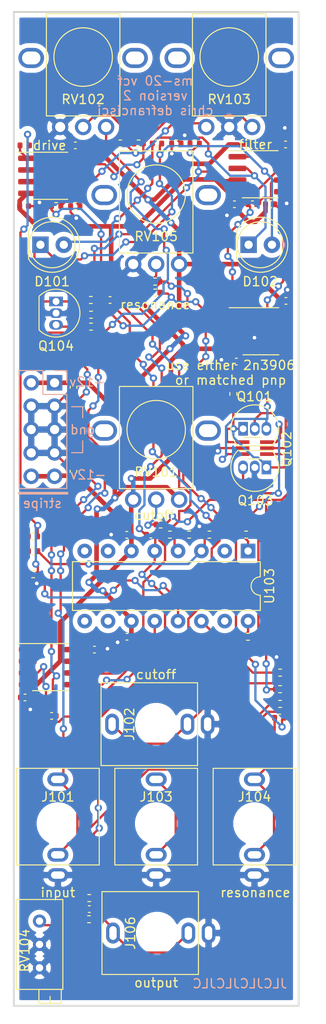
<source format=kicad_pcb>
(kicad_pcb (version 20171130) (host pcbnew "(5.1.7-0-10_14)")
  (layers (0 F.Cu signal) (31 B.Cu signal) (34 B.Paste user) (35 F.Paste user) (36 B.SilkS user) (37 F.SilkS user) (38 B.Mask user) (39 F.Mask user) (44 Edge.Cuts user))
  (net 0 "")
  (net 1 "Net-(C101-Pad2)")
  (net 2 "Net-(C101-Pad1)")
  (net 3 "Net-(C102-Pad2)")
  (net 4 "Net-(C102-Pad1)")
  (net 5 /HP_IN)
  (net 6 "Net-(C103-Pad1)")
  (net 7 +12V)
  (net 8 GND)
  (net 9 -12V)
  (net 10 "Net-(C112-Pad2)")
  (net 11 /Out)
  (net 12 "Net-(C117-Pad2)")
  (net 13 "Net-(C117-Pad1)")
  (net 14 "Net-(D101-Pad2)")
  (net 15 "Net-(J101-PadT)")
  (net 16 "Net-(J102-PadT)")
  (net 17 "Net-(J103-PadT)")
  (net 18 "Net-(J104-PadT)")
  (net 19 "Net-(Q101-Pad1)")
  (net 20 "Net-(Q101-Pad2)")
  (net 21 /IABC)
  (net 22 "Net-(Q104-Pad1)")
  (net 23 "Net-(Q104-Pad3)")
  (net 24 "Net-(R103-Pad2)")
  (net 25 "Net-(R104-Pad1)")
  (net 26 "Net-(R105-Pad2)")
  (net 27 "Net-(R105-Pad1)")
  (net 28 "Net-(R106-Pad1)")
  (net 29 "Net-(R108-Pad2)")
  (net 30 /LP_IN)
  (net 31 "Net-(R111-Pad1)")
  (net 32 "Net-(R113-Pad1)")
  (net 33 "Net-(R114-Pad1)")
  (net 34 "Net-(R115-Pad1)")
  (net 35 "Net-(R118-Pad1)")
  (net 36 "Net-(R119-Pad1)")
  (net 37 "Net-(R123-Pad1)")
  (net 38 "Net-(R124-Pad2)")
  (net 39 "Net-(R124-Pad1)")
  (net 40 "Net-(R126-Pad2)")
  (module Package_SO:SOIC-8_3.9x4.9mm_P1.27mm (layer F.Cu) (at 126.9 104.7)
    (fp_text reference U105)
    (fp_text value TL072)
    (pad 8 smd roundrect (at 2.475 -1.905) (size 1.95 0.6) (layers F.Cu F.Paste F.Mask) (net 7 +12V))
    (pad 7 smd roundrect (at 2.475 -0.635) (size 1.95 0.6) (layers F.Cu F.Paste F.Mask))
    (pad 6 smd roundrect (at 2.475 0.635) (size 1.95 0.6) (layers F.Cu F.Paste F.Mask))
    (pad 5 smd roundrect (at 2.475 1.905) (size 1.95 0.6) (layers F.Cu F.Paste F.Mask))
    (pad 4 smd roundrect (at -2.475 1.905) (size 1.95 0.6) (layers F.Cu F.Paste F.Mask) (net 9 -12V))
    (pad 3 smd roundrect (at -2.475 0.635) (size 1.95 0.6) (layers F.Cu F.Paste F.Mask) (net 8 GND))
    (pad 2 smd roundrect (at -2.475 -0.635) (size 1.95 0.6) (layers F.Cu F.Paste F.Mask) (net 38 "Net-(R124-Pad2)"))
    (pad 1 smd roundrect (at -2.475 -1.905) (size 1.95 0.6) (layers F.Cu F.Paste F.Mask) (net 40 "Net-(R126-Pad2)"))
  )
  (module Package_SO:SOIC-8_3.9x4.9mm_P1.27mm (layer F.Cu) (at 104 141.2)
    (fp_text reference U104)
    (fp_text value NE5532)
    (pad 8 smd roundrect (at 2.475 -1.905) (size 1.95 0.6) (layers F.Cu F.Paste F.Mask) (net 7 +12V))
    (pad 7 smd roundrect (at 2.475 -0.635) (size 1.95 0.6) (layers F.Cu F.Paste F.Mask) (net 10 "Net-(C112-Pad2)"))
    (pad 6 smd roundrect (at 2.475 0.635) (size 1.95 0.6) (layers F.Cu F.Paste F.Mask) (net 10 "Net-(C112-Pad2)"))
    (pad 5 smd roundrect (at 2.475 1.905) (size 1.95 0.6) (layers F.Cu F.Paste F.Mask) (net 6 "Net-(C103-Pad1)"))
    (pad 4 smd roundrect (at -2.475 1.905) (size 1.95 0.6) (layers F.Cu F.Paste F.Mask) (net 9 -12V))
    (pad 3 smd roundrect (at -2.475 0.635) (size 1.95 0.6) (layers F.Cu F.Paste F.Mask) (net 4 "Net-(C102-Pad1)"))
    (pad 2 smd roundrect (at -2.475 -0.635) (size 1.95 0.6) (layers F.Cu F.Paste F.Mask) (net 33 "Net-(R114-Pad1)"))
    (pad 1 smd roundrect (at -2.475 -1.905) (size 1.95 0.6) (layers F.Cu F.Paste F.Mask) (net 33 "Net-(R114-Pad1)"))
  )
  (module Package_DIP:DIP-16_W7.62mm (layer F.Cu) (at 125.5 128.58 270)
    (fp_text reference U103 (at 3.81 -2.33 90) (layer F.SilkS))
    (fp_text value LM13700)
    (pad 16 thru_hole oval (at 7.62 0 270) (size 1.6 1.6) (drill 0.8) (layers *.Cu *.Mask) (net 34 "Net-(R115-Pad1)"))
    (pad 8 thru_hole oval (at 0 17.78 270) (size 1.6 1.6) (drill 0.8) (layers *.Cu *.Mask))
    (pad 15 thru_hole oval (at 7.62 2.54 270) (size 1.6 1.6) (drill 0.8) (layers *.Cu *.Mask))
    (pad 7 thru_hole oval (at 0 15.24 270) (size 1.6 1.6) (drill 0.8) (layers *.Cu *.Mask))
    (pad 14 thru_hole oval (at 7.62 5.08 270) (size 1.6 1.6) (drill 0.8) (layers *.Cu *.Mask) (net 32 "Net-(R113-Pad1)"))
    (pad 6 thru_hole oval (at 0 12.7 270) (size 1.6 1.6) (drill 0.8) (layers *.Cu *.Mask) (net 9 -12V))
    (pad 13 thru_hole oval (at 7.62 7.62 270) (size 1.6 1.6) (drill 0.8) (layers *.Cu *.Mask) (net 31 "Net-(R111-Pad1)"))
    (pad 5 thru_hole oval (at 0 10.16 270) (size 1.6 1.6) (drill 0.8) (layers *.Cu *.Mask) (net 6 "Net-(C103-Pad1)"))
    (pad 12 thru_hole oval (at 7.62 10.16 270) (size 1.6 1.6) (drill 0.8) (layers *.Cu *.Mask) (net 4 "Net-(C102-Pad1)"))
    (pad 4 thru_hole oval (at 0 7.62 270) (size 1.6 1.6) (drill 0.8) (layers *.Cu *.Mask) (net 36 "Net-(R119-Pad1)"))
    (pad 11 thru_hole oval (at 7.62 12.7 270) (size 1.6 1.6) (drill 0.8) (layers *.Cu *.Mask) (net 7 +12V))
    (pad 3 thru_hole oval (at 0 5.08 270) (size 1.6 1.6) (drill 0.8) (layers *.Cu *.Mask) (net 35 "Net-(R118-Pad1)"))
    (pad 10 thru_hole oval (at 7.62 15.24 270) (size 1.6 1.6) (drill 0.8) (layers *.Cu *.Mask))
    (pad 2 thru_hole oval (at 0 2.54 270) (size 1.6 1.6) (drill 0.8) (layers *.Cu *.Mask))
    (pad 9 thru_hole oval (at 7.62 17.78 270) (size 1.6 1.6) (drill 0.8) (layers *.Cu *.Mask))
    (pad 1 thru_hole rect (at 0 0 270) (size 1.6 1.6) (drill 0.8) (layers *.Cu *.Mask) (net 37 "Net-(R123-Pad1)"))
  )
  (module Package_SO:SOIC-8_3.9x4.9mm_P1.27mm (layer F.Cu) (at 126.825 87.635)
    (fp_text reference U102)
    (fp_text value TL072)
    (pad 8 smd roundrect (at 2.475 -1.905) (size 1.95 0.6) (layers F.Cu F.Paste F.Mask) (net 7 +12V))
    (pad 7 smd roundrect (at 2.475 -0.635) (size 1.95 0.6) (layers F.Cu F.Paste F.Mask) (net 2 "Net-(C101-Pad1)"))
    (pad 6 smd roundrect (at 2.475 0.635) (size 1.95 0.6) (layers F.Cu F.Paste F.Mask) (net 1 "Net-(C101-Pad2)"))
    (pad 5 smd roundrect (at 2.475 1.905) (size 1.95 0.6) (layers F.Cu F.Paste F.Mask) (net 8 GND))
    (pad 4 smd roundrect (at -2.475 1.905) (size 1.95 0.6) (layers F.Cu F.Paste F.Mask) (net 9 -12V))
    (pad 3 smd roundrect (at -2.475 0.635) (size 1.95 0.6) (layers F.Cu F.Paste F.Mask) (net 22 "Net-(Q104-Pad1)"))
    (pad 2 smd roundrect (at -2.475 -0.635) (size 1.95 0.6) (layers F.Cu F.Paste F.Mask) (net 14 "Net-(D101-Pad2)"))
    (pad 1 smd roundrect (at -2.475 -1.905) (size 1.95 0.6) (layers F.Cu F.Paste F.Mask) (net 3 "Net-(C102-Pad2)"))
  )
  (module Package_SO:SOIC-8_3.9x4.9mm_P1.27mm (layer F.Cu) (at 103.925 87.805)
    (fp_text reference U101)
    (fp_text value TL072)
    (pad 8 smd roundrect (at 2.475 -1.905) (size 1.95 0.6) (layers F.Cu F.Paste F.Mask) (net 7 +12V))
    (pad 7 smd roundrect (at 2.475 -0.635) (size 1.95 0.6) (layers F.Cu F.Paste F.Mask) (net 5 /HP_IN))
    (pad 6 smd roundrect (at 2.475 0.635) (size 1.95 0.6) (layers F.Cu F.Paste F.Mask) (net 25 "Net-(R104-Pad1)"))
    (pad 5 smd roundrect (at 2.475 1.905) (size 1.95 0.6) (layers F.Cu F.Paste F.Mask) (net 28 "Net-(R106-Pad1)"))
    (pad 4 smd roundrect (at -2.475 1.905) (size 1.95 0.6) (layers F.Cu F.Paste F.Mask) (net 9 -12V))
    (pad 3 smd roundrect (at -2.475 0.635) (size 1.95 0.6) (layers F.Cu F.Paste F.Mask) (net 27 "Net-(R105-Pad1)"))
    (pad 2 smd roundrect (at -2.475 -0.635) (size 1.95 0.6) (layers F.Cu F.Paste F.Mask) (net 30 /LP_IN))
    (pad 1 smd roundrect (at -2.475 -1.905) (size 1.95 0.6) (layers F.Cu F.Paste F.Mask) (net 30 /LP_IN))
  )
  (module A-5513:A-5513 (layer F.Cu) (at 115.5 97.4)
    (fp_text reference RV105 (at 0 -3) (layer F.SilkS))
    (fp_text value 100k)
    (pad "" thru_hole oval (at 5.65 -7.5 270) (size 2.2 2.8) (drill oval 1.4 2) (layers *.Cu *.Mask))
    (pad "" thru_hole oval (at -5.65 -7.5 270) (size 2.2 2.8) (drill oval 1.4 2) (layers *.Cu *.Mask))
    (pad 3 thru_hole circle (at 2.5 0 270) (size 1.8 1.8) (drill 1.1) (layers *.Cu *.Mask) (net 7 +12V))
    (pad 2 thru_hole circle (at 0 0 270) (size 1.8 1.8) (drill 1.1) (layers *.Cu *.Mask) (net 39 "Net-(R124-Pad1)"))
    (pad 1 thru_hole circle (at -2.5 0 270) (size 1.8 1.8) (drill 1.1) (layers *.Cu *.Mask) (net 8 GND))
  )
  (module Potentiometer_THT:Potentiometer_Bourns_3296X_Horizontal (layer F.Cu) (at 102.8 168.8 90)
    (fp_text reference RV104 (at -3.2 -1.6 90) (layer F.SilkS))
    (fp_text value 1k)
    (pad 3 thru_hole circle (at -5.08 0 90) (size 1.44 1.44) (drill 0.8) (layers *.Cu *.Mask) (net 8 GND))
    (pad 2 thru_hole circle (at -2.54 0 90) (size 1.44 1.44) (drill 0.8) (layers *.Cu *.Mask) (net 8 GND))
    (pad 1 thru_hole circle (at 0 0 90) (size 1.44 1.44) (drill 0.8) (layers *.Cu *.Mask) (net 29 "Net-(R108-Pad2)"))
  )
  (module A-5513:A-5513 (layer F.Cu) (at 123.45 82.5)
    (fp_text reference RV103 (at 0 -3) (layer F.SilkS))
    (fp_text value 100k)
    (pad "" thru_hole oval (at 5.65 -7.5 270) (size 2.2 2.8) (drill oval 1.4 2) (layers *.Cu *.Mask))
    (pad "" thru_hole oval (at -5.65 -7.5 270) (size 2.2 2.8) (drill oval 1.4 2) (layers *.Cu *.Mask))
    (pad 3 thru_hole circle (at 2.5 0 270) (size 1.8 1.8) (drill 1.1) (layers *.Cu *.Mask) (net 27 "Net-(R105-Pad1)"))
    (pad 2 thru_hole circle (at 0 0 270) (size 1.8 1.8) (drill 1.1) (layers *.Cu *.Mask) (net 8 GND))
    (pad 1 thru_hole circle (at -2.5 0 270) (size 1.8 1.8) (drill 1.1) (layers *.Cu *.Mask) (net 28 "Net-(R106-Pad1)"))
  )
  (module A-5513:A-5513 (layer F.Cu) (at 107.55 82.5)
    (fp_text reference RV102 (at 0 -3) (layer F.SilkS))
    (fp_text value 100k)
    (pad "" thru_hole oval (at 5.65 -7.5 270) (size 2.2 2.8) (drill oval 1.4 2) (layers *.Cu *.Mask))
    (pad "" thru_hole oval (at -5.65 -7.5 270) (size 2.2 2.8) (drill oval 1.4 2) (layers *.Cu *.Mask))
    (pad 3 thru_hole circle (at 2.5 0 270) (size 1.8 1.8) (drill 1.1) (layers *.Cu *.Mask) (net 15 "Net-(J101-PadT)"))
    (pad 2 thru_hole circle (at 0 0 270) (size 1.8 1.8) (drill 1.1) (layers *.Cu *.Mask) (net 26 "Net-(R105-Pad2)"))
    (pad 1 thru_hole circle (at -2.5 0 270) (size 1.8 1.8) (drill 1.1) (layers *.Cu *.Mask) (net 8 GND))
  )
  (module A-5513:A-5513 (layer F.Cu) (at 115.5 123)
    (fp_text reference RV101 (at 0 -3) (layer F.SilkS))
    (fp_text value 100k)
    (pad "" thru_hole oval (at 5.65 -7.5 270) (size 2.2 2.8) (drill oval 1.4 2) (layers *.Cu *.Mask))
    (pad "" thru_hole oval (at -5.65 -7.5 270) (size 2.2 2.8) (drill oval 1.4 2) (layers *.Cu *.Mask))
    (pad 3 thru_hole circle (at 2.5 0 270) (size 1.8 1.8) (drill 1.1) (layers *.Cu *.Mask) (net 7 +12V))
    (pad 2 thru_hole circle (at 0 0 270) (size 1.8 1.8) (drill 1.1) (layers *.Cu *.Mask) (net 24 "Net-(R103-Pad2)"))
    (pad 1 thru_hole circle (at -2.5 0 270) (size 1.8 1.8) (drill 1.1) (layers *.Cu *.Mask) (net 9 -12V))
  )
  (module Resistor_SMD:R_0402_1005Metric (layer F.Cu) (at 108.21 166.3)
    (fp_text reference R130)
    (fp_text value 1k)
    (pad 2 smd roundrect (at 0.51 0) (size 0.54 0.64) (layers F.Cu F.Paste F.Mask) (net 11 /Out))
    (pad 1 smd roundrect (at -0.51 0) (size 0.54 0.64) (layers F.Cu F.Paste F.Mask) (net 12 "Net-(C117-Pad2)"))
  )
  (module Resistor_SMD:R_0402_1005Metric (layer F.Cu) (at 108.39 101.3)
    (fp_text reference R129)
    (fp_text value 47k)
    (pad 2 smd roundrect (at 0.51 0) (size 0.54 0.64) (layers F.Cu F.Paste F.Mask) (net 11 /Out))
    (pad 1 smd roundrect (at -0.51 0) (size 0.54 0.64) (layers F.Cu F.Paste F.Mask) (net 22 "Net-(Q104-Pad1)"))
  )
  (module Resistor_SMD:R_0402_1005Metric (layer F.Cu) (at 108.41 104.2 180)
    (fp_text reference R128)
    (fp_text value 1Meg)
    (pad 2 smd roundrect (at 0.51 0 180) (size 0.54 0.64) (layers F.Cu F.Paste F.Mask) (net 23 "Net-(Q104-Pad3)"))
    (pad 1 smd roundrect (at -0.51 0 180) (size 0.54 0.64) (layers F.Cu F.Paste F.Mask) (net 22 "Net-(Q104-Pad1)"))
  )
  (module Resistor_SMD:R_0402_1005Metric (layer F.Cu) (at 108.41 102.9 180)
    (fp_text reference R127)
    (fp_text value 1Meg)
    (pad 2 smd roundrect (at 0.51 0 180) (size 0.54 0.64) (layers F.Cu F.Paste F.Mask) (net 23 "Net-(Q104-Pad3)"))
    (pad 1 smd roundrect (at -0.51 0 180) (size 0.54 0.64) (layers F.Cu F.Paste F.Mask) (net 40 "Net-(R126-Pad2)"))
  )
  (module Resistor_SMD:R_0402_1005Metric (layer F.Cu) (at 115.39 100.5)
    (fp_text reference R126)
    (fp_text value 100k)
    (pad 2 smd roundrect (at 0.51 0) (size 0.54 0.64) (layers F.Cu F.Paste F.Mask) (net 40 "Net-(R126-Pad2)"))
    (pad 1 smd roundrect (at -0.51 0) (size 0.54 0.64) (layers F.Cu F.Paste F.Mask) (net 38 "Net-(R124-Pad2)"))
  )
  (module Resistor_SMD:R_0402_1005Metric (layer F.Cu) (at 128.9 146.7)
    (fp_text reference R125)
    (fp_text value 100k)
    (pad 2 smd roundrect (at 0.51 0) (size 0.54 0.64) (layers F.Cu F.Paste F.Mask) (net 38 "Net-(R124-Pad2)"))
    (pad 1 smd roundrect (at -0.51 0) (size 0.54 0.64) (layers F.Cu F.Paste F.Mask) (net 18 "Net-(J104-PadT)"))
  )
  (module Resistor_SMD:R_0402_1005Metric (layer F.Cu) (at 115.39 99.3)
    (fp_text reference R124)
    (fp_text value 100k)
    (pad 2 smd roundrect (at 0.51 0) (size 0.54 0.64) (layers F.Cu F.Paste F.Mask) (net 38 "Net-(R124-Pad2)"))
    (pad 1 smd roundrect (at -0.51 0) (size 0.54 0.64) (layers F.Cu F.Paste F.Mask) (net 39 "Net-(R124-Pad1)"))
  )
  (module Resistor_SMD:R_0402_1005Metric (layer F.Cu) (at 125.29 126.8)
    (fp_text reference R123)
    (fp_text value 10k)
    (pad 2 smd roundrect (at 0.51 0) (size 0.54 0.64) (layers F.Cu F.Paste F.Mask) (net 21 /IABC))
    (pad 1 smd roundrect (at -0.51 0) (size 0.54 0.64) (layers F.Cu F.Paste F.Mask) (net 37 "Net-(R123-Pad1)"))
  )
  (module Resistor_SMD:R_0402_1005Metric (layer F.Cu) (at 116.99 126.8)
    (fp_text reference R122)
    (fp_text value 10k)
    (pad 2 smd roundrect (at 0.51 0) (size 0.54 0.64) (layers F.Cu F.Paste F.Mask) (net 36 "Net-(R119-Pad1)"))
    (pad 1 smd roundrect (at -0.51 0) (size 0.54 0.64) (layers F.Cu F.Paste F.Mask) (net 10 "Net-(C112-Pad2)"))
  )
  (module Resistor_SMD:R_0402_1005Metric (layer F.Cu) (at 119.69 84.3)
    (fp_text reference R121)
    (fp_text value 47k)
    (pad 2 smd roundrect (at 0.51 0) (size 0.54 0.64) (layers F.Cu F.Paste F.Mask) (net 22 "Net-(Q104-Pad1)"))
    (pad 1 smd roundrect (at -0.51 0) (size 0.54 0.64) (layers F.Cu F.Paste F.Mask) (net 8 GND))
  )
  (module Resistor_SMD:R_0402_1005Metric (layer F.Cu) (at 121.29 126.8)
    (fp_text reference R120)
    (fp_text value 220)
    (pad 2 smd roundrect (at 0.51 0) (size 0.54 0.64) (layers F.Cu F.Paste F.Mask) (net 8 GND))
    (pad 1 smd roundrect (at -0.51 0) (size 0.54 0.64) (layers F.Cu F.Paste F.Mask) (net 35 "Net-(R118-Pad1)"))
  )
  (module Resistor_SMD:R_0402_1005Metric (layer F.Cu) (at 119.09 126.8)
    (fp_text reference R119)
    (fp_text value 220)
    (pad 2 smd roundrect (at 0.51 0) (size 0.54 0.64) (layers F.Cu F.Paste F.Mask) (net 8 GND))
    (pad 1 smd roundrect (at -0.51 0) (size 0.54 0.64) (layers F.Cu F.Paste F.Mask) (net 36 "Net-(R119-Pad1)"))
  )
  (module Resistor_SMD:R_0402_1005Metric (layer F.Cu) (at 102.11 128.6 180)
    (fp_text reference R118)
    (fp_text value 10k)
    (pad 2 smd roundrect (at 0.51 0 180) (size 0.54 0.64) (layers F.Cu F.Paste F.Mask) (net 33 "Net-(R114-Pad1)"))
    (pad 1 smd roundrect (at -0.51 0 180) (size 0.54 0.64) (layers F.Cu F.Paste F.Mask) (net 35 "Net-(R118-Pad1)"))
  )
  (module Resistor_SMD:R_0402_1005Metric (layer F.Cu) (at 117.69 84.3 180)
    (fp_text reference R117)
    (fp_text value 4.7k)
    (pad 2 smd roundrect (at 0.51 0 180) (size 0.54 0.64) (layers F.Cu F.Paste F.Mask) (net 8 GND))
    (pad 1 smd roundrect (at -0.51 0 180) (size 0.54 0.64) (layers F.Cu F.Paste F.Mask) (net 14 "Net-(D101-Pad2)"))
  )
  (module Resistor_SMD:R_0402_1005Metric (layer F.Cu) (at 115.59 84.3)
    (fp_text reference R116)
    (fp_text value 10k)
    (pad 2 smd roundrect (at 0.51 0) (size 0.54 0.64) (layers F.Cu F.Paste F.Mask) (net 3 "Net-(C102-Pad2)"))
    (pad 1 smd roundrect (at -0.51 0) (size 0.54 0.64) (layers F.Cu F.Paste F.Mask) (net 14 "Net-(D101-Pad2)"))
  )
  (module Resistor_SMD:R_0402_1005Metric (layer F.Cu) (at 125.49 137.9)
    (fp_text reference R115)
    (fp_text value 10k)
    (pad 2 smd roundrect (at 0.51 0) (size 0.54 0.64) (layers F.Cu F.Paste F.Mask) (net 21 /IABC))
    (pad 1 smd roundrect (at -0.51 0) (size 0.54 0.64) (layers F.Cu F.Paste F.Mask) (net 34 "Net-(R115-Pad1)"))
  )
  (module Resistor_SMD:R_0402_1005Metric (layer F.Cu) (at 102.09 127)
    (fp_text reference R114)
    (fp_text value 10k)
    (pad 2 smd roundrect (at 0.51 0) (size 0.54 0.64) (layers F.Cu F.Paste F.Mask) (net 31 "Net-(R111-Pad1)"))
    (pad 1 smd roundrect (at -0.51 0) (size 0.54 0.64) (layers F.Cu F.Paste F.Mask) (net 33 "Net-(R114-Pad1)"))
  )
  (module Resistor_SMD:R_0402_1005Metric (layer F.Cu) (at 128.99 141.8)
    (fp_text reference R113)
    (fp_text value 220)
    (pad 2 smd roundrect (at 0.51 0) (size 0.54 0.64) (layers F.Cu F.Paste F.Mask) (net 8 GND))
    (pad 1 smd roundrect (at -0.51 0) (size 0.54 0.64) (layers F.Cu F.Paste F.Mask) (net 32 "Net-(R113-Pad1)"))
  )
  (module Resistor_SMD:R_0402_1005Metric (layer F.Cu) (at 102.11 131.1 180)
    (fp_text reference R112)
    (fp_text value 220)
    (pad 2 smd roundrect (at 0.51 0 180) (size 0.54 0.64) (layers F.Cu F.Paste F.Mask) (net 8 GND))
    (pad 1 smd roundrect (at -0.51 0 180) (size 0.54 0.64) (layers F.Cu F.Paste F.Mask) (net 31 "Net-(R111-Pad1)"))
  )
  (module Resistor_SMD:R_0402_1005Metric (layer F.Cu) (at 101.19 84.5 180)
    (fp_text reference R111)
    (fp_text value 4.7k)
    (pad 2 smd roundrect (at 0.51 0 180) (size 0.54 0.64) (layers F.Cu F.Paste F.Mask) (net 30 /LP_IN))
    (pad 1 smd roundrect (at -0.51 0 180) (size 0.54 0.64) (layers F.Cu F.Paste F.Mask) (net 31 "Net-(R111-Pad1)"))
  )
  (module Resistor_SMD:R_0402_1005Metric (layer F.Cu) (at 127.91 90.9 180)
    (fp_text reference R110)
    (fp_text value 470k)
    (pad 2 smd roundrect (at 0.51 0 180) (size 0.54 0.64) (layers F.Cu F.Paste F.Mask) (net 9 -12V))
    (pad 1 smd roundrect (at -0.51 0 180) (size 0.54 0.64) (layers F.Cu F.Paste F.Mask) (net 1 "Net-(C101-Pad2)"))
  )
  (module Resistor_SMD:R_0402_1005Metric (layer F.Cu) (at 123.9 111.51 90)
    (fp_text reference R109)
    (fp_text value 4.7k)
    (pad 2 smd roundrect (at 0.51 0 90) (size 0.54 0.64) (layers F.Cu F.Paste F.Mask) (net 2 "Net-(C101-Pad1)"))
    (pad 1 smd roundrect (at -0.51 0 90) (size 0.54 0.64) (layers F.Cu F.Paste F.Mask) (net 19 "Net-(Q101-Pad1)"))
  )
  (module Resistor_SMD:R_0402_1005Metric (layer F.Cu) (at 108.19 168.6)
    (fp_text reference R108)
    (fp_text value 1.5k)
    (pad 2 smd roundrect (at 0.51 0) (size 0.54 0.64) (layers F.Cu F.Paste F.Mask) (net 29 "Net-(R108-Pad2)"))
    (pad 1 smd roundrect (at -0.51 0) (size 0.54 0.64) (layers F.Cu F.Paste F.Mask) (net 20 "Net-(Q101-Pad2)"))
  )
  (module Resistor_SMD:R_0402_1005Metric (layer F.Cu) (at 104.61 91.1)
    (fp_text reference R107)
    (fp_text value 100k)
    (pad 2 smd roundrect (at 0.51 0) (size 0.54 0.64) (layers F.Cu F.Paste F.Mask) (net 25 "Net-(R104-Pad1)"))
    (pad 1 smd roundrect (at -0.51 0) (size 0.54 0.64) (layers F.Cu F.Paste F.Mask) (net 5 /HP_IN))
  )
  (module Resistor_SMD:R_0402_1005Metric (layer F.Cu) (at 111.59 84.3 180)
    (fp_text reference R106)
    (fp_text value 100k)
    (pad 2 smd roundrect (at 0.51 0 180) (size 0.54 0.64) (layers F.Cu F.Paste F.Mask) (net 26 "Net-(R105-Pad2)"))
    (pad 1 smd roundrect (at -0.51 0 180) (size 0.54 0.64) (layers F.Cu F.Paste F.Mask) (net 28 "Net-(R106-Pad1)"))
  )
  (module Resistor_SMD:R_0402_1005Metric (layer F.Cu) (at 113.59 84.3 180)
    (fp_text reference R105)
    (fp_text value 100k)
    (pad 2 smd roundrect (at 0.51 0 180) (size 0.54 0.64) (layers F.Cu F.Paste F.Mask) (net 26 "Net-(R105-Pad2)"))
    (pad 1 smd roundrect (at -0.51 0 180) (size 0.54 0.64) (layers F.Cu F.Paste F.Mask) (net 27 "Net-(R105-Pad1)"))
  )
  (module Resistor_SMD:R_0402_1005Metric (layer F.Cu) (at 106.69 91.1 180)
    (fp_text reference R104)
    (fp_text value 100k)
    (pad 2 smd roundrect (at 0.51 0 180) (size 0.54 0.64) (layers F.Cu F.Paste F.Mask) (net 8 GND))
    (pad 1 smd roundrect (at -0.51 0 180) (size 0.54 0.64) (layers F.Cu F.Paste F.Mask) (net 25 "Net-(R104-Pad1)"))
  )
  (module Resistor_SMD:R_0402_1005Metric (layer F.Cu) (at 115.99 125.7 180)
    (fp_text reference R103)
    (fp_text value 100k)
    (pad 2 smd roundrect (at 0.51 0 180) (size 0.54 0.64) (layers F.Cu F.Paste F.Mask) (net 24 "Net-(R103-Pad2)"))
    (pad 1 smd roundrect (at -0.51 0 180) (size 0.54 0.64) (layers F.Cu F.Paste F.Mask) (net 20 "Net-(Q101-Pad2)"))
  )
  (module Resistor_SMD:R_0402_1005Metric (layer F.Cu) (at 128.99 145.2)
    (fp_text reference R102)
    (fp_text value 100k)
    (pad 2 smd roundrect (at 0.51 0) (size 0.54 0.64) (layers F.Cu F.Paste F.Mask) (net 17 "Net-(J103-PadT)"))
    (pad 1 smd roundrect (at -0.51 0) (size 0.54 0.64) (layers F.Cu F.Paste F.Mask) (net 20 "Net-(Q101-Pad2)"))
  )
  (module Resistor_SMD:R_0402_1005Metric (layer F.Cu) (at 128.99 143.6)
    (fp_text reference R101)
    (fp_text value 100k)
    (pad 2 smd roundrect (at 0.51 0) (size 0.54 0.64) (layers F.Cu F.Paste F.Mask) (net 16 "Net-(J102-PadT)"))
    (pad 1 smd roundrect (at -0.51 0) (size 0.54 0.64) (layers F.Cu F.Paste F.Mask) (net 20 "Net-(Q101-Pad2)"))
  )
  (module Package_TO_SOT_THT:TO-92_Inline (layer F.Cu) (at 104.6 101.46 270)
    (fp_text reference Q104 (at 4.84 0) (layer F.SilkS))
    (fp_text value 2N5457)
    (pad 1 thru_hole rect (at 0 0 270) (size 1.05 1.5) (drill 0.75) (layers *.Cu *.Mask) (net 22 "Net-(Q104-Pad1)"))
    (pad 3 thru_hole oval (at 2.54 0 270) (size 1.05 1.5) (drill 0.75) (layers *.Cu *.Mask) (net 23 "Net-(Q104-Pad3)"))
    (pad 2 thru_hole oval (at 1.27 0 270) (size 1.05 1.5) (drill 0.75) (layers *.Cu *.Mask) (net 8 GND))
  )
  (module Package_TO_SOT_THT:TO-92_Inline (layer F.Cu) (at 127.5 119.5 180)
    (fp_text reference Q103 (at 1.2 -3.6 180) (layer F.SilkS))
    (fp_text value 2N3906)
    (pad 1 thru_hole rect (at 0 0 180) (size 1.05 1.5) (drill 0.75) (layers *.Cu *.Mask) (net 19 "Net-(Q101-Pad1)"))
    (pad 3 thru_hole oval (at 2.54 0 180) (size 1.05 1.5) (drill 0.75) (layers *.Cu *.Mask) (net 21 /IABC))
    (pad 2 thru_hole oval (at 1.27 0 180) (size 1.05 1.5) (drill 0.75) (layers *.Cu *.Mask) (net 8 GND))
  )
  (module Package_TO_SOT_SMD:SOT-363_SC-70-6_Handsoldering (layer F.Cu) (at 126.23 117.4)
    (fp_text reference Q102 (at 3.47 0.1 90) (layer F.SilkS))
    (fp_text value NST45010MW6T1G)
    (pad 6 smd rect (at 1.33 -0.65) (size 1.5 0.4) (layers F.Cu F.Paste F.Mask) (net 21 /IABC))
    (pad 5 smd rect (at 1.33 0) (size 1.5 0.4) (layers F.Cu F.Paste F.Mask) (net 20 "Net-(Q101-Pad2)"))
    (pad 4 smd rect (at 1.33 0.65) (size 1.5 0.4) (layers F.Cu F.Paste F.Mask) (net 19 "Net-(Q101-Pad1)"))
    (pad 3 smd rect (at -1.33 0.65) (size 1.5 0.4) (layers F.Cu F.Paste F.Mask) (net 1 "Net-(C101-Pad2)"))
    (pad 2 smd rect (at -1.33 0) (size 1.5 0.4) (layers F.Cu F.Paste F.Mask) (net 8 GND))
    (pad 1 smd rect (at -1.33 -0.65) (size 1.5 0.4) (layers F.Cu F.Paste F.Mask) (net 19 "Net-(Q101-Pad1)"))
  )
  (module Package_TO_SOT_THT:TO-92_Inline (layer F.Cu) (at 124.96 115.3)
    (fp_text reference Q101 (at 1.24 -3.5) (layer F.SilkS))
    (fp_text value 2N3906)
    (pad 1 thru_hole rect (at 0 0) (size 1.05 1.5) (drill 0.75) (layers *.Cu *.Mask) (net 19 "Net-(Q101-Pad1)"))
    (pad 3 thru_hole oval (at 2.54 0) (size 1.05 1.5) (drill 0.75) (layers *.Cu *.Mask) (net 1 "Net-(C101-Pad2)"))
    (pad 2 thru_hole oval (at 1.27 0) (size 1.05 1.5) (drill 0.75) (layers *.Cu *.Mask) (net 20 "Net-(Q101-Pad2)"))
  )
  (module A-2563:A-2563 (layer F.Cu) (at 121.2 170.1 90)
    (fp_text reference J106 (at 0 -8.5 90) (layer F.SilkS))
    (fp_text value AudioJack2)
    (pad "" np_thru_hole circle (at 0 -5.6 90) (size 3.6 3.6) (drill 3.6) (layers *.Cu *.Mask))
    (pad T thru_hole oval (at 0 -10.4 90) (size 2.3 1.5) (drill oval 1.5 0.8) (layers *.Cu *.Mask) (net 13 "Net-(C117-Pad1)"))
    (pad T thru_hole oval (at 0 -2.2 90) (size 2.3 1.5) (drill oval 1.5 0.8) (layers *.Cu *.Mask) (net 13 "Net-(C117-Pad1)"))
    (pad S thru_hole oval (at 0 0 90) (size 2.3 1.5) (drill oval 1.5 0.8) (layers *.Cu *.Mask) (net 8 GND))
  )
  (module Connector_PinHeader_2.54mm:PinHeader_2x05_P2.54mm_Vertical (layer B.Cu) (at 104.44 110.3 180)
    (fp_text reference J105)
    (fp_text value Conn_02x05_Odd_Even)
    (pad 10 thru_hole oval (at 2.54 -10.16 180) (size 1.7 1.7) (drill 1) (layers *.Cu *.Mask) (net 9 -12V))
    (pad 9 thru_hole oval (at 0 -10.16 180) (size 1.7 1.7) (drill 1) (layers *.Cu *.Mask) (net 9 -12V))
    (pad 8 thru_hole oval (at 2.54 -7.62 180) (size 1.7 1.7) (drill 1) (layers *.Cu *.Mask) (net 8 GND))
    (pad 7 thru_hole oval (at 0 -7.62 180) (size 1.7 1.7) (drill 1) (layers *.Cu *.Mask) (net 8 GND))
    (pad 6 thru_hole oval (at 2.54 -5.08 180) (size 1.7 1.7) (drill 1) (layers *.Cu *.Mask) (net 8 GND))
    (pad 5 thru_hole oval (at 0 -5.08 180) (size 1.7 1.7) (drill 1) (layers *.Cu *.Mask) (net 8 GND))
    (pad 4 thru_hole oval (at 2.54 -2.54 180) (size 1.7 1.7) (drill 1) (layers *.Cu *.Mask) (net 8 GND))
    (pad 3 thru_hole oval (at 0 -2.54 180) (size 1.7 1.7) (drill 1) (layers *.Cu *.Mask) (net 8 GND))
    (pad 2 thru_hole oval (at 2.54 0 180) (size 1.7 1.7) (drill 1) (layers *.Cu *.Mask) (net 7 +12V))
    (pad 1 thru_hole rect (at 0 0 180) (size 1.7 1.7) (drill 1) (layers *.Cu *.Mask) (net 7 +12V))
  )
  (module A-2563:A-2563 (layer F.Cu) (at 126.2 163.8)
    (fp_text reference J104 (at 0 -8.5) (layer F.SilkS))
    (fp_text value AudioJack2)
    (pad "" np_thru_hole circle (at 0 -5.6) (size 3.6 3.6) (drill 3.6) (layers *.Cu *.Mask))
    (pad T thru_hole oval (at 0 -10.4) (size 2.3 1.5) (drill oval 1.5 0.8) (layers *.Cu *.Mask) (net 18 "Net-(J104-PadT)"))
    (pad T thru_hole oval (at 0 -2.2) (size 2.3 1.5) (drill oval 1.5 0.8) (layers *.Cu *.Mask) (net 18 "Net-(J104-PadT)"))
    (pad S thru_hole oval (at 0 0) (size 2.3 1.5) (drill oval 1.5 0.8) (layers *.Cu *.Mask) (net 8 GND))
  )
  (module A-2563:A-2563 (layer F.Cu) (at 115.5 163.8)
    (fp_text reference J103 (at 0 -8.5) (layer F.SilkS))
    (fp_text value AudioJack2)
    (pad "" np_thru_hole circle (at 0 -5.6) (size 3.6 3.6) (drill 3.6) (layers *.Cu *.Mask))
    (pad T thru_hole oval (at 0 -10.4) (size 2.3 1.5) (drill oval 1.5 0.8) (layers *.Cu *.Mask) (net 17 "Net-(J103-PadT)"))
    (pad T thru_hole oval (at 0 -2.2) (size 2.3 1.5) (drill oval 1.5 0.8) (layers *.Cu *.Mask) (net 17 "Net-(J103-PadT)"))
    (pad S thru_hole oval (at 0 0) (size 2.3 1.5) (drill oval 1.5 0.8) (layers *.Cu *.Mask) (net 8 GND))
  )
  (module A-2563:A-2563 (layer F.Cu) (at 121.1 147.4 90)
    (fp_text reference J102 (at 0 -8.5 90) (layer F.SilkS))
    (fp_text value AudioJack2)
    (pad "" np_thru_hole circle (at 0 -5.6 90) (size 3.6 3.6) (drill 3.6) (layers *.Cu *.Mask))
    (pad T thru_hole oval (at 0 -10.4 90) (size 2.3 1.5) (drill oval 1.5 0.8) (layers *.Cu *.Mask) (net 16 "Net-(J102-PadT)"))
    (pad T thru_hole oval (at 0 -2.2 90) (size 2.3 1.5) (drill oval 1.5 0.8) (layers *.Cu *.Mask) (net 16 "Net-(J102-PadT)"))
    (pad S thru_hole oval (at 0 0 90) (size 2.3 1.5) (drill oval 1.5 0.8) (layers *.Cu *.Mask) (net 8 GND))
  )
  (module A-2563:A-2563 (layer F.Cu) (at 104.8 163.8)
    (fp_text reference J101 (at 0 -8.5) (layer F.SilkS))
    (fp_text value AudioJack2)
    (pad "" np_thru_hole circle (at 0 -5.6) (size 3.6 3.6) (drill 3.6) (layers *.Cu *.Mask))
    (pad T thru_hole oval (at 0 -10.4) (size 2.3 1.5) (drill oval 1.5 0.8) (layers *.Cu *.Mask) (net 15 "Net-(J101-PadT)"))
    (pad T thru_hole oval (at 0 -2.2) (size 2.3 1.5) (drill oval 1.5 0.8) (layers *.Cu *.Mask) (net 15 "Net-(J101-PadT)"))
    (pad S thru_hole oval (at 0 0) (size 2.3 1.5) (drill oval 1.5 0.8) (layers *.Cu *.Mask) (net 8 GND))
  )
  (module LED_THT:LED_D5.0mm (layer F.Cu) (at 125.56 95.3)
    (fp_text reference D102 (at 1.27 4) (layer F.SilkS))
    (fp_text value LED)
    (pad 2 thru_hole circle (at 2.54 0) (size 1.8 1.8) (drill 0.9) (layers *.Cu *.Mask) (net 3 "Net-(C102-Pad2)"))
    (pad 1 thru_hole rect (at 0 0) (size 1.8 1.8) (drill 0.9) (layers *.Cu *.Mask) (net 14 "Net-(D101-Pad2)"))
  )
  (module LED_THT:LED_D5.0mm (layer F.Cu) (at 102.9 95.3)
    (fp_text reference D101 (at 1.27 4) (layer F.SilkS))
    (fp_text value LED)
    (pad 2 thru_hole circle (at 2.54 0) (size 1.8 1.8) (drill 0.9) (layers *.Cu *.Mask) (net 14 "Net-(D101-Pad2)"))
    (pad 1 thru_hole rect (at 0 0) (size 1.8 1.8) (drill 0.9) (layers *.Cu *.Mask) (net 3 "Net-(C102-Pad2)"))
  )
  (module Capacitor_SMD:C_0402_1005Metric (layer F.Cu) (at 108.22 167.5 180)
    (fp_text reference C117)
    (fp_text value 0.1u)
    (pad 2 smd roundrect (at 0.48 0 180) (size 0.56 0.62) (layers F.Cu F.Paste F.Mask) (net 12 "Net-(C117-Pad2)"))
    (pad 1 smd roundrect (at -0.48 0 180) (size 0.56 0.62) (layers F.Cu F.Paste F.Mask) (net 13 "Net-(C117-Pad1)"))
  )
  (module Capacitor_SMD:C_0402_1005Metric (layer F.Cu) (at 106.5 119.92 270)
    (fp_text reference C116)
    (fp_text value 10u)
    (pad 2 smd roundrect (at 0.48 0 270) (size 0.56 0.62) (layers F.Cu F.Paste F.Mask) (net 9 -12V))
    (pad 1 smd roundrect (at -0.48 0 270) (size 0.56 0.62) (layers F.Cu F.Paste F.Mask) (net 8 GND))
  )
  (module Capacitor_SMD:C_0402_1005Metric (layer F.Cu) (at 106.5 110.78 270)
    (fp_text reference C115)
    (fp_text value 10u)
    (pad 2 smd roundrect (at 0.48 0 270) (size 0.56 0.62) (layers F.Cu F.Paste F.Mask) (net 8 GND))
    (pad 1 smd roundrect (at -0.48 0 270) (size 0.56 0.62) (layers F.Cu F.Paste F.Mask) (net 7 +12V))
  )
  (module Capacitor_SMD:C_0402_1005Metric (layer F.Cu) (at 124.22 108 180)
    (fp_text reference C114)
    (fp_text value 0.1u)
    (pad 2 smd roundrect (at 0.48 0 180) (size 0.56 0.62) (layers F.Cu F.Paste F.Mask) (net 8 GND))
    (pad 1 smd roundrect (at -0.48 0 180) (size 0.56 0.62) (layers F.Cu F.Paste F.Mask) (net 9 -12V))
  )
  (module Capacitor_SMD:C_0402_1005Metric (layer F.Cu) (at 129.62 101.4 180)
    (fp_text reference C113)
    (fp_text value 0.1u)
    (pad 2 smd roundrect (at 0.48 0 180) (size 0.56 0.62) (layers F.Cu F.Paste F.Mask) (net 7 +12V))
    (pad 1 smd roundrect (at -0.48 0 180) (size 0.56 0.62) (layers F.Cu F.Paste F.Mask) (net 8 GND))
  )
  (module Capacitor_SMD:C_0402_1005Metric (layer F.Cu) (at 110.48 101.3)
    (fp_text reference C112)
    (fp_text value 470n)
    (pad 2 smd roundrect (at 0.48 0) (size 0.56 0.62) (layers F.Cu F.Paste F.Mask) (net 10 "Net-(C112-Pad2)"))
    (pad 1 smd roundrect (at -0.48 0) (size 0.56 0.62) (layers F.Cu F.Paste F.Mask) (net 11 /Out))
  )
  (module Capacitor_SMD:C_0402_1005Metric (layer F.Cu) (at 101.22 144.5 180)
    (fp_text reference C111)
    (fp_text value 0.1u)
    (pad 2 smd roundrect (at 0.48 0 180) (size 0.56 0.62) (layers F.Cu F.Paste F.Mask) (net 8 GND))
    (pad 1 smd roundrect (at -0.48 0 180) (size 0.56 0.62) (layers F.Cu F.Paste F.Mask) (net 9 -12V))
  )
  (module Capacitor_SMD:C_0402_1005Metric (layer F.Cu) (at 108.78 139.3 180)
    (fp_text reference C110)
    (fp_text value 0.1u)
    (pad 2 smd roundrect (at 0.48 0 180) (size 0.56 0.62) (layers F.Cu F.Paste F.Mask) (net 7 +12V))
    (pad 1 smd roundrect (at -0.48 0 180) (size 0.56 0.62) (layers F.Cu F.Paste F.Mask) (net 8 GND))
  )
  (module Capacitor_SMD:C_0402_1005Metric (layer F.Cu) (at 124.02 90.9 180)
    (fp_text reference C109)
    (fp_text value 0.1u)
    (pad 2 smd roundrect (at 0.48 0 180) (size 0.56 0.62) (layers F.Cu F.Paste F.Mask) (net 8 GND))
    (pad 1 smd roundrect (at -0.48 0 180) (size 0.56 0.62) (layers F.Cu F.Paste F.Mask) (net 9 -12V))
  )
  (module Capacitor_SMD:C_0402_1005Metric (layer F.Cu) (at 129.58 84.4 180)
    (fp_text reference C108)
    (fp_text value 0.1u)
    (pad 2 smd roundrect (at 0.48 0 180) (size 0.56 0.62) (layers F.Cu F.Paste F.Mask) (net 7 +12V))
    (pad 1 smd roundrect (at -0.48 0 180) (size 0.56 0.62) (layers F.Cu F.Paste F.Mask) (net 8 GND))
  )
  (module Capacitor_SMD:C_0402_1005Metric (layer F.Cu) (at 101.12 91.1)
    (fp_text reference C107)
    (fp_text value 0.1u)
    (pad 2 smd roundrect (at 0.48 0) (size 0.56 0.62) (layers F.Cu F.Paste F.Mask) (net 8 GND))
    (pad 1 smd roundrect (at -0.48 0) (size 0.56 0.62) (layers F.Cu F.Paste F.Mask) (net 9 -12V))
  )
  (module Capacitor_SMD:C_0402_1005Metric (layer F.Cu) (at 106.7 84.5)
    (fp_text reference C106)
    (fp_text value 0.1u)
    (pad 2 smd roundrect (at 0.48 0) (size 0.56 0.62) (layers F.Cu F.Paste F.Mask) (net 7 +12V))
    (pad 1 smd roundrect (at -0.48 0) (size 0.56 0.62) (layers F.Cu F.Paste F.Mask) (net 8 GND))
  )
  (module Capacitor_SMD:C_0402_1005Metric (layer F.Cu) (at 112.3 126.82 180)
    (fp_text reference C105)
    (fp_text value 0.1u)
    (pad 2 smd roundrect (at 0.48 0 180) (size 0.56 0.62) (layers F.Cu F.Paste F.Mask) (net 8 GND))
    (pad 1 smd roundrect (at -0.48 0 180) (size 0.56 0.62) (layers F.Cu F.Paste F.Mask) (net 9 -12V))
  )
  (module Capacitor_SMD:C_0402_1005Metric (layer F.Cu) (at 112.32 137.9)
    (fp_text reference C104)
    (fp_text value 0.1u)
    (pad 2 smd roundrect (at 0.48 0) (size 0.56 0.62) (layers F.Cu F.Paste F.Mask) (net 7 +12V))
    (pad 1 smd roundrect (at -0.48 0) (size 0.56 0.62) (layers F.Cu F.Paste F.Mask) (net 8 GND))
  )
  (module Capacitor_SMD:C_0402_1005Metric (layer F.Cu) (at 114.92 126.8 180)
    (fp_text reference C103)
    (fp_text value 1n)
    (pad 2 smd roundrect (at 0.48 0 180) (size 0.56 0.62) (layers F.Cu F.Paste F.Mask) (net 5 /HP_IN))
    (pad 1 smd roundrect (at -0.48 0 180) (size 0.56 0.62) (layers F.Cu F.Paste F.Mask) (net 6 "Net-(C103-Pad1)"))
  )
  (module Capacitor_SMD:C_0402_1005Metric (layer F.Cu) (at 104.12 146.5)
    (fp_text reference C102)
    (fp_text value 1n)
    (pad 2 smd roundrect (at 0.48 0) (size 0.56 0.62) (layers F.Cu F.Paste F.Mask) (net 3 "Net-(C102-Pad2)"))
    (pad 1 smd roundrect (at -0.48 0) (size 0.56 0.62) (layers F.Cu F.Paste F.Mask) (net 4 "Net-(C102-Pad1)"))
  )
  (module Capacitor_SMD:C_0402_1005Metric (layer F.Cu) (at 125.98 90.9)
    (fp_text reference C101)
    (fp_text value 4.7n)
    (pad 2 smd roundrect (at 0.48 0) (size 0.56 0.62) (layers F.Cu F.Paste F.Mask) (net 1 "Net-(C101-Pad2)"))
    (pad 1 smd roundrect (at -0.48 0) (size 0.56 0.62) (layers F.Cu F.Paste F.Mask) (net 2 "Net-(C101-Pad1)"))
  )
  (gr_text cutoff (at 115.5 142) (layer F.SilkS) (effects (font (size 1 1))))
  (gr_text resonance (at 126.3 165.7) (layer F.SilkS) (effects (font (size 1 1))))
  (gr_text input (at 104.8 165.7) (layer F.SilkS) (effects (font (size 1 1))))
  (gr_text output (at 115.5 175.5) (layer F.SilkS) (effects (font (size 1 1))))
  (gr_text cutoff (at 115.3 124.7) (layer F.SilkS) (effects (font (size 1 1))))
  (gr_text resonance (at 115.4 101.8) (layer F.SilkS) (effects (font (size 1 1))))
  (gr_text filter (at 126.3 84.4) (layer F.SilkS) (effects (font (size 1 1))))
  (gr_text drive (at 103.9 84.5) (layer F.SilkS) (effects (font (size 1 1))))
  (gr_text "use either 2n3906\nor matched pnp" (at 123.6 109.2) (layer F.SilkS) (effects (font (size 1 1))))
  (gr_text "ms-20 vcf\nversion 2\nchris defrancisci" (at 115.4 79.1) (layer B.SilkS) (effects (font (size 1 1)) (justify mirror)))
  (gr_text JLCJLCJLCJLC (at 124.6 175.6) (layer B.SilkS) (effects (font (size 1 1)) (justify mirror)))
  (gr_line (start 107.5 117.9) (end 106.3 117.9) (layer B.SilkS) (width 0.12))
  (gr_line (start 107.5 116.6) (end 107.5 117.9) (layer B.SilkS) (width 0.12))
  (gr_line (start 107.5 112.9) (end 106.3 112.9) (layer B.SilkS) (width 0.12))
  (gr_line (start 107.5 114.1) (end 107.5 112.9) (layer B.SilkS) (width 0.12))
  (gr_text gnd (at 107.5 115.4) (layer B.SilkS) (effects (font (size 1 1)) (justify mirror)))
  (gr_text +12v (at 108 110.2) (layer B.SilkS) (effects (font (size 1 1)) (justify mirror)))
  (gr_text -12v (at 108.1 120.3) (layer B.SilkS) (effects (font (size 1 1)) (justify mirror)))
  (gr_text stripe (at 103.1 123.4) (layer B.SilkS) (effects (font (size 1 1)) (justify mirror)))
  (gr_line (start 100.6 122.3) (end 105.8 122.3) (layer B.SilkS) (width 0.3))
  (gr_line (start 131 178) (end 100 178) (layer Edge.Cuts) (width 0.2))
  (gr_line (start 131 70) (end 100 70) (layer Edge.Cuts) (width 0.2))
  (gr_line (start 131 70) (end 131 178) (layer Edge.Cuts) (width 0.2))
  (gr_line (start 100 70) (end 100 178) (layer Edge.Cuts) (width 0.2))
  (segment (start 127.99999 90.47999) (end 128.42 90.9) (width 0.25) (layer F.Cu) (net 1))
  (segment (start 128.325 88.27) (end 127.99999 88.59501) (width 0.25) (layer F.Cu) (net 1))
  (segment (start 129.3 88.27) (end 128.325 88.27) (width 0.25) (layer F.Cu) (net 1))
  (segment (start 127.129456 90.19999) (end 127.99999 90.19999) (width 0.25) (layer F.Cu) (net 1))
  (segment (start 126.80499 90.524456) (end 127.129456 90.19999) (width 0.25) (layer F.Cu) (net 1))
  (segment (start 126.80499 90.83501) (end 126.80499 90.524456) (width 0.25) (layer F.Cu) (net 1))
  (segment (start 126.46 90.9) (end 126.74 90.9) (width 0.25) (layer F.Cu) (net 1))
  (segment (start 126.74 90.9) (end 126.80499 90.83501) (width 0.25) (layer F.Cu) (net 1))
  (segment (start 127.99999 90.19999) (end 127.99999 90.47999) (width 0.25) (layer F.Cu) (net 1))
  (segment (start 127.99999 88.59501) (end 127.99999 90.19999) (width 0.25) (layer F.Cu) (net 1))
  (segment (start 123.269965 118.05) (end 122.706144 118.613821) (width 0.25) (layer F.Cu) (net 1))
  (via (at 122.706144 118.613821) (size 0.8) (drill 0.4) (layers F.Cu B.Cu) (net 1))
  (segment (start 127.5 114.3) (end 127.42499 114.22499) (width 0.25) (layer B.Cu) (net 1))
  (segment (start 123.902004 114.22499) (end 123.106143 115.020851) (width 0.25) (layer B.Cu) (net 1))
  (segment (start 123.106143 115.020851) (end 123.106143 118.213822) (width 0.25) (layer B.Cu) (net 1))
  (segment (start 124.9 118.05) (end 123.269965 118.05) (width 0.25) (layer F.Cu) (net 1))
  (segment (start 127.5 115.3) (end 127.5 114.3) (width 0.25) (layer B.Cu) (net 1))
  (segment (start 127.42499 114.22499) (end 123.902004 114.22499) (width 0.25) (layer B.Cu) (net 1))
  (segment (start 123.106143 118.213822) (end 122.706144 118.613821) (width 0.25) (layer B.Cu) (net 1))
  (via (at 128.8 99.8) (size 0.8) (drill 0.4) (layers F.Cu B.Cu) (net 1))
  (segment (start 129.325001 99.274999) (end 128.8 99.8) (width 0.25) (layer F.Cu) (net 1))
  (segment (start 129.325001 91.805001) (end 129.325001 99.274999) (width 0.25) (layer F.Cu) (net 1))
  (segment (start 128.42 90.9) (end 129.325001 91.805001) (width 0.25) (layer F.Cu) (net 1))
  (segment (start 128.8 100.1) (end 127.6 101.3) (width 0.25) (layer B.Cu) (net 1))
  (via (at 127.6 101.3) (size 0.8) (drill 0.4) (layers F.Cu B.Cu) (net 1))
  (segment (start 128.8 99.8) (end 128.8 100.1) (width 0.25) (layer B.Cu) (net 1))
  (via (at 127.6 112.875) (size 0.8) (drill 0.4) (layers F.Cu B.Cu) (net 1))
  (segment (start 127.6 101.3) (end 127.6 112.875) (width 0.25) (layer F.Cu) (net 1))
  (segment (start 127.6 114.2) (end 127.5 114.3) (width 0.25) (layer B.Cu) (net 1))
  (segment (start 127.6 112.875) (end 127.6 114.2) (width 0.25) (layer B.Cu) (net 1))
  (segment (start 125.5 90.423232) (end 125.5 90.9) (width 0.25) (layer F.Cu) (net 2))
  (segment (start 128.923232 87) (end 125.5 90.423232) (width 0.25) (layer F.Cu) (net 2))
  (segment (start 129.3 87) (end 128.923232 87) (width 0.25) (layer F.Cu) (net 2))
  (segment (start 126.925001 107.974999) (end 126.925001 102.725001) (width 0.25) (layer F.Cu) (net 2))
  (segment (start 123.9 111) (end 126.925001 107.974999) (width 0.25) (layer F.Cu) (net 2))
  (segment (start 123.8 99.6) (end 123.8 98.25) (width 0.25) (layer F.Cu) (net 2))
  (via (at 123.8 98.25) (size 0.8) (drill 0.4) (layers F.Cu B.Cu) (net 2))
  (segment (start 126.925001 102.725001) (end 123.8 99.6) (width 0.25) (layer F.Cu) (net 2))
  (via (at 123.3 96.55) (size 0.8) (drill 0.4) (layers F.Cu B.Cu) (net 2))
  (segment (start 123.8 97.05) (end 123.3 96.55) (width 0.25) (layer B.Cu) (net 2))
  (segment (start 123.8 98.25) (end 123.8 97.05) (width 0.25) (layer B.Cu) (net 2))
  (segment (start 123.3 94.2) (end 124.4 93.1) (width 0.25) (layer F.Cu) (net 2))
  (via (at 124.4 93.1) (size 0.8) (drill 0.4) (layers F.Cu B.Cu) (net 2))
  (segment (start 123.3 96.55) (end 123.3 94.2) (width 0.25) (layer F.Cu) (net 2))
  (via (at 125.723541 91.776459) (size 0.8) (drill 0.4) (layers F.Cu B.Cu) (net 2))
  (segment (start 124.4 93.1) (end 125.723541 91.776459) (width 0.25) (layer B.Cu) (net 2))
  (segment (start 125.723541 91.123541) (end 125.5 90.9) (width 0.25) (layer F.Cu) (net 2))
  (segment (start 125.723541 91.776459) (end 125.723541 91.123541) (width 0.25) (layer F.Cu) (net 2))
  (via (at 104.653541 142.153541) (size 0.8) (drill 0.4) (layers F.Cu B.Cu) (net 3))
  (via (at 104.1 139.5) (size 0.8) (drill 0.4) (layers F.Cu B.Cu) (net 3))
  (segment (start 104.1 141.6) (end 104.1 139.5) (width 0.25) (layer B.Cu) (net 3))
  (segment (start 104.653541 142.153541) (end 104.1 141.6) (width 0.25) (layer B.Cu) (net 3))
  (via (at 104.1 130.725) (size 0.8) (drill 0.4) (layers F.Cu B.Cu) (net 3))
  (segment (start 104.1 139.5) (end 104.1 130.725) (width 0.25) (layer F.Cu) (net 3))
  (via (at 104.1 129) (size 0.8) (drill 0.4) (layers F.Cu B.Cu) (net 3))
  (segment (start 104.1 130.725) (end 104.1 129) (width 0.25) (layer B.Cu) (net 3))
  (via (at 109.156041 121.543959) (size 0.8) (drill 0.4) (layers F.Cu B.Cu) (net 3))
  (via (at 107.898959 111.301041) (size 0.8) (drill 0.4) (layers F.Cu B.Cu) (net 3))
  (via (at 108 109.4) (size 0.8) (drill 0.4) (layers F.Cu B.Cu) (net 3))
  (segment (start 107.898959 109.501041) (end 108 109.4) (width 0.25) (layer B.Cu) (net 3))
  (segment (start 107.898959 111.301041) (end 107.898959 109.501041) (width 0.25) (layer B.Cu) (net 3))
  (segment (start 102.24999 95.95001) (end 102.9 95.3) (width 0.25) (layer F.Cu) (net 3))
  (segment (start 102.24999 104.4864) (end 102.24999 95.95001) (width 0.25) (layer F.Cu) (net 3))
  (segment (start 103.063609 105.300019) (end 102.24999 104.4864) (width 0.25) (layer F.Cu) (net 3))
  (segment (start 104.465705 105.30002) (end 103.063609 105.300019) (width 0.25) (layer F.Cu) (net 3))
  (segment (start 108 108.834315) (end 104.465705 105.30002) (width 0.25) (layer F.Cu) (net 3))
  (segment (start 108 109.4) (end 108 108.834315) (width 0.25) (layer F.Cu) (net 3))
  (via (at 127.3 87.3) (size 0.8) (drill 0.4) (layers F.Cu B.Cu) (net 3))
  (segment (start 125.73 85.73) (end 127.3 87.3) (width 0.25) (layer F.Cu) (net 3))
  (segment (start 124.35 85.73) (end 125.73 85.73) (width 0.25) (layer F.Cu) (net 3))
  (segment (start 128.1 88.1) (end 128.1 95.3) (width 0.25) (layer B.Cu) (net 3))
  (segment (start 127.3 87.3) (end 128.1 88.1) (width 0.25) (layer B.Cu) (net 3))
  (segment (start 116.815685 84.584315) (end 115.9 85.5) (width 0.25) (layer B.Cu) (net 3))
  (via (at 115.9 85.5) (size 0.8) (drill 0.4) (layers F.Cu B.Cu) (net 3))
  (segment (start 124.584315 84.584315) (end 116.815685 84.584315) (width 0.25) (layer B.Cu) (net 3))
  (segment (start 127.3 87.3) (end 124.584315 84.584315) (width 0.25) (layer B.Cu) (net 3))
  (segment (start 115.9 84.5) (end 116.1 84.3) (width 0.25) (layer F.Cu) (net 3))
  (segment (start 115.9 85.5) (end 115.9 84.5) (width 0.25) (layer F.Cu) (net 3))
  (segment (start 115.9 88.607954) (end 115.853977 88.653977) (width 0.25) (layer F.Cu) (net 3))
  (via (at 115.853977 88.653977) (size 0.8) (drill 0.4) (layers F.Cu B.Cu) (net 3))
  (segment (start 115.9 85.5) (end 115.9 88.607954) (width 0.25) (layer F.Cu) (net 3))
  (via (at 117.213694 91.713694) (size 0.8) (drill 0.4) (layers F.Cu B.Cu) (net 3))
  (segment (start 117.213694 90.013694) (end 117.213694 91.713694) (width 0.25) (layer B.Cu) (net 3))
  (segment (start 115.853977 88.653977) (end 117.213694 90.013694) (width 0.25) (layer B.Cu) (net 3))
  (via (at 112.2 95) (size 0.8) (drill 0.4) (layers F.Cu B.Cu) (net 3))
  (segment (start 113.927388 95) (end 112.2 95) (width 0.25) (layer F.Cu) (net 3))
  (segment (start 117.213694 91.713694) (end 113.927388 95) (width 0.25) (layer F.Cu) (net 3))
  (segment (start 107.774999 96.425001) (end 107.7 96.5) (width 0.25) (layer B.Cu) (net 3))
  (segment (start 110.774999 96.425001) (end 107.774999 96.425001) (width 0.25) (layer B.Cu) (net 3))
  (via (at 107.7 96.5) (size 0.8) (drill 0.4) (layers F.Cu B.Cu) (net 3))
  (segment (start 112.2 95) (end 110.774999 96.425001) (width 0.25) (layer B.Cu) (net 3))
  (segment (start 104.499999 96.899999) (end 102.9 95.3) (width 0.25) (layer F.Cu) (net 3))
  (segment (start 107.300001 96.899999) (end 104.499999 96.899999) (width 0.25) (layer F.Cu) (net 3))
  (segment (start 107.7 96.5) (end 107.300001 96.899999) (width 0.25) (layer F.Cu) (net 3))
  (segment (start 106.9 112.3) (end 107.898959 111.301041) (width 0.25) (layer F.Cu) (net 3))
  (segment (start 106.9 118.872374) (end 106.9 112.3) (width 0.25) (layer F.Cu) (net 3))
  (segment (start 107.13501 119.107384) (end 106.9 118.872374) (width 0.25) (layer F.Cu) (net 3))
  (segment (start 107.13501 119.522928) (end 107.13501 119.107384) (width 0.25) (layer F.Cu) (net 3))
  (segment (start 109.156041 121.543959) (end 107.13501 119.522928) (width 0.25) (layer F.Cu) (net 3))
  (segment (start 104.1 129) (end 104.1 126.5) (width 0.25) (layer F.Cu) (net 3))
  (via (at 107.6 123) (size 0.8) (drill 0.4) (layers F.Cu B.Cu) (net 3))
  (segment (start 104.1 126.5) (end 107.6 123) (width 0.25) (layer F.Cu) (net 3))
  (segment (start 109.156041 121.543959) (end 107.7 123) (width 0.25) (layer B.Cu) (net 3))
  (segment (start 107.7 123) (end 107.6 123) (width 0.25) (layer B.Cu) (net 3))
  (segment (start 104.253542 146.153542) (end 104.253542 142.55354) (width 0.25) (layer F.Cu) (net 3))
  (segment (start 104.253542 142.55354) (end 104.653541 142.153541) (width 0.25) (layer F.Cu) (net 3))
  (segment (start 104.6 146.5) (end 104.253542 146.153542) (width 0.25) (layer F.Cu) (net 3))
  (via (at 103.251459 141.151459) (size 0.8) (drill 0.4) (layers F.Cu B.Cu) (net 4))
  (segment (start 102.567918 141.835) (end 103.251459 141.151459) (width 0.25) (layer F.Cu) (net 4))
  (segment (start 101.525 141.835) (end 102.567918 141.835) (width 0.25) (layer F.Cu) (net 4))
  (segment (start 103.251459 143.051459) (end 103.503541 143.303541) (width 0.25) (layer B.Cu) (net 4))
  (via (at 103.503541 143.303541) (size 0.8) (drill 0.4) (layers F.Cu B.Cu) (net 4))
  (segment (start 103.251459 141.151459) (end 103.251459 143.051459) (width 0.25) (layer B.Cu) (net 4))
  (segment (start 103.503541 146.363541) (end 103.64 146.5) (width 0.25) (layer F.Cu) (net 4))
  (segment (start 103.503541 143.303541) (end 103.503541 146.363541) (width 0.25) (layer F.Cu) (net 4))
  (segment (start 103.64 146.81) (end 103.64 146.5) (width 0.25) (layer F.Cu) (net 4))
  (segment (start 115.34 138.501412) (end 107.266413 146.574999) (width 0.25) (layer F.Cu) (net 4))
  (segment (start 107.266413 146.574999) (end 105.492627 146.574999) (width 0.25) (layer F.Cu) (net 4))
  (segment (start 115.34 136.2) (end 115.34 138.501412) (width 0.25) (layer F.Cu) (net 4))
  (segment (start 104.917445 147.150181) (end 103.980181 147.150181) (width 0.25) (layer F.Cu) (net 4))
  (segment (start 105.492627 146.574999) (end 104.917445 147.150181) (width 0.25) (layer F.Cu) (net 4))
  (segment (start 103.980181 147.150181) (end 103.64 146.81) (width 0.25) (layer F.Cu) (net 4))
  (segment (start 104.1 88.495) (end 104.1 91.1) (width 0.25) (layer F.Cu) (net 5))
  (segment (start 105.425 87.17) (end 104.1 88.495) (width 0.25) (layer F.Cu) (net 5))
  (segment (start 106.4 87.17) (end 105.425 87.17) (width 0.25) (layer F.Cu) (net 5))
  (via (at 113.671526 126.151391) (size 0.8) (drill 0.4) (layers F.Cu B.Cu) (net 5))
  (segment (start 114.320135 126.8) (end 113.671526 126.151391) (width 0.25) (layer F.Cu) (net 5))
  (segment (start 114.44 126.8) (end 114.320135 126.8) (width 0.25) (layer F.Cu) (net 5))
  (via (at 116.101041 108.701041) (size 0.8) (drill 0.4) (layers F.Cu B.Cu) (net 5))
  (via (at 114.7 107.5) (size 0.8) (drill 0.4) (layers F.Cu B.Cu) (net 5))
  (segment (start 115.901041 108.701041) (end 114.7 107.5) (width 0.25) (layer B.Cu) (net 5))
  (segment (start 116.101041 108.701041) (end 115.901041 108.701041) (width 0.25) (layer B.Cu) (net 5))
  (segment (start 115.1 107.5) (end 115.9 106.7) (width 0.25) (layer F.Cu) (net 5))
  (segment (start 114.7 107.5) (end 115.1 107.5) (width 0.25) (layer F.Cu) (net 5))
  (via (at 109.5 94.15) (size 0.8) (drill 0.4) (layers F.Cu B.Cu) (net 5))
  (segment (start 109.5 98.013186) (end 109.5 94.15) (width 0.25) (layer F.Cu) (net 5))
  (segment (start 115.9 104.413186) (end 109.5 98.013186) (width 0.25) (layer F.Cu) (net 5))
  (segment (start 115.9 106.7) (end 115.9 104.413186) (width 0.25) (layer F.Cu) (net 5))
  (segment (start 104.1 91.1) (end 104.1 91.5) (width 0.25) (layer F.Cu) (net 5))
  (segment (start 109.5 93.584315) (end 107.315686 91.400001) (width 0.25) (layer B.Cu) (net 5))
  (segment (start 107.315686 91.400001) (end 105.199999 91.400001) (width 0.25) (layer B.Cu) (net 5))
  (segment (start 104.1 91.5) (end 104.6 92) (width 0.25) (layer F.Cu) (net 5))
  (segment (start 105.199999 91.400001) (end 104.6 92) (width 0.25) (layer B.Cu) (net 5))
  (segment (start 109.5 94.15) (end 109.5 93.584315) (width 0.25) (layer B.Cu) (net 5))
  (via (at 104.6 92) (size 0.8) (drill 0.4) (layers F.Cu B.Cu) (net 5))
  (segment (start 116.101041 118.198959) (end 114.9 119.4) (width 0.25) (layer F.Cu) (net 5))
  (segment (start 114.225001 120.074999) (end 114.9 119.4) (width 0.25) (layer B.Cu) (net 5))
  (segment (start 113.671526 126.151391) (end 113.671526 124.141476) (width 0.25) (layer B.Cu) (net 5))
  (segment (start 116.101041 108.701041) (end 116.101041 118.198959) (width 0.25) (layer F.Cu) (net 5))
  (via (at 114.9 119.4) (size 0.8) (drill 0.4) (layers F.Cu B.Cu) (net 5))
  (segment (start 113.671526 124.141476) (end 114.225001 123.588001) (width 0.25) (layer B.Cu) (net 5))
  (segment (start 114.225001 123.588001) (end 114.225001 120.074999) (width 0.25) (layer B.Cu) (net 5))
  (segment (start 115.4 128.52) (end 115.34 128.58) (width 0.25) (layer F.Cu) (net 6))
  (segment (start 115.4 126.8) (end 115.4 128.52) (width 0.25) (layer F.Cu) (net 6))
  (via (at 110.1 142.625) (size 0.8) (drill 0.4) (layers F.Cu B.Cu) (net 6))
  (segment (start 109.62 143.105) (end 110.1 142.625) (width 0.25) (layer F.Cu) (net 6))
  (segment (start 106.475 143.105) (end 109.62 143.105) (width 0.25) (layer F.Cu) (net 6))
  (via (at 112.333359 142.533359) (size 0.8) (drill 0.4) (layers F.Cu B.Cu) (net 6))
  (segment (start 112.241718 142.625) (end 112.333359 142.533359) (width 0.25) (layer B.Cu) (net 6))
  (segment (start 110.1 142.625) (end 112.241718 142.625) (width 0.25) (layer B.Cu) (net 6))
  (segment (start 116.465001 133.565001) (end 115.012653 132.112653) (width 0.25) (layer F.Cu) (net 6))
  (via (at 115.012653 132.112653) (size 0.8) (drill 0.4) (layers F.Cu B.Cu) (net 6))
  (segment (start 116.465001 138.401717) (end 116.465001 133.565001) (width 0.25) (layer F.Cu) (net 6))
  (segment (start 112.333359 142.533359) (end 116.465001 138.401717) (width 0.25) (layer F.Cu) (net 6))
  (segment (start 114.937653 132.112653) (end 113.949847 131.124847) (width 0.25) (layer B.Cu) (net 6))
  (via (at 113.949847 131.124847) (size 0.8) (drill 0.4) (layers F.Cu B.Cu) (net 6))
  (segment (start 115.012653 132.112653) (end 114.937653 132.112653) (width 0.25) (layer B.Cu) (net 6))
  (segment (start 115.34 129.734694) (end 115.34 128.58) (width 0.25) (layer F.Cu) (net 6))
  (segment (start 113.949847 131.124847) (end 115.34 129.734694) (width 0.25) (layer F.Cu) (net 6))
  (segment (start 129.1 85.53) (end 129.3 85.73) (width 0.5) (layer F.Cu) (net 7))
  (segment (start 129.1 84.4) (end 129.1 85.53) (width 0.5) (layer F.Cu) (net 7))
  (segment (start 101.9 110.3) (end 104.44 110.3) (width 0.5) (layer F.Cu) (net 7))
  (segment (start 104.44 110.3) (end 106.5 110.3) (width 0.5) (layer F.Cu) (net 7))
  (segment (start 108.1 110.3) (end 113 115.2) (width 0.5) (layer F.Cu) (net 7))
  (segment (start 106.5 110.3) (end 108.1 110.3) (width 0.5) (layer F.Cu) (net 7))
  (segment (start 125.14 97.4) (end 129.14 101.4) (width 0.5) (layer F.Cu) (net 7))
  (segment (start 118 97.4) (end 125.14 97.4) (width 0.5) (layer F.Cu) (net 7))
  (segment (start 129.14 102.56) (end 129.375 102.795) (width 0.5) (layer F.Cu) (net 7))
  (segment (start 129.14 101.4) (end 129.14 102.56) (width 0.5) (layer F.Cu) (net 7))
  (via (at 114.6 90.4) (size 0.8) (drill 0.4) (layers F.Cu B.Cu) (net 7))
  (segment (start 110.1 85.9) (end 106.4 85.9) (width 0.5) (layer F.Cu) (net 7))
  (segment (start 114.6 90.4) (end 110.1 85.9) (width 0.5) (layer F.Cu) (net 7))
  (segment (start 107.18 85.12) (end 107.18 84.5) (width 0.5) (layer F.Cu) (net 7))
  (segment (start 106.4 85.9) (end 107.18 85.12) (width 0.5) (layer F.Cu) (net 7))
  (segment (start 108.295 139.295) (end 108.3 139.3) (width 0.5) (layer F.Cu) (net 7))
  (segment (start 106.475 139.295) (end 108.295 139.295) (width 0.5) (layer F.Cu) (net 7))
  (segment (start 112.8 137.9) (end 112.8 136.2) (width 0.5) (layer F.Cu) (net 7))
  (segment (start 108.3 139.61) (end 108.3 139.3) (width 0.5) (layer F.Cu) (net 7))
  (segment (start 108.75001 140.06001) (end 108.3 139.61) (width 0.5) (layer F.Cu) (net 7))
  (segment (start 110.94999 140.06001) (end 108.75001 140.06001) (width 0.5) (layer F.Cu) (net 7))
  (segment (start 112.8 138.21) (end 110.94999 140.06001) (width 0.5) (layer F.Cu) (net 7))
  (segment (start 112.8 137.9) (end 112.8 138.21) (width 0.5) (layer F.Cu) (net 7))
  (via (at 109.691041 132.891041) (size 0.8) (drill 0.4) (layers F.Cu B.Cu) (net 7))
  (segment (start 112.8 136) (end 109.691041 132.891041) (width 0.5) (layer F.Cu) (net 7))
  (segment (start 112.8 136.2) (end 112.8 136) (width 0.5) (layer F.Cu) (net 7))
  (segment (start 109.091041 132.891041) (end 108.188959 131.988959) (width 0.5) (layer B.Cu) (net 7))
  (via (at 108.188959 131.988959) (size 0.8) (drill 0.4) (layers F.Cu B.Cu) (net 7))
  (segment (start 109.691041 132.891041) (end 109.091041 132.891041) (width 0.5) (layer B.Cu) (net 7))
  (segment (start 109.009999 131.167919) (end 109.009999 123.990001) (width 0.5) (layer F.Cu) (net 7))
  (segment (start 108.188959 131.988959) (end 109.009999 131.167919) (width 0.5) (layer F.Cu) (net 7))
  (segment (start 113 110.6) (end 113 115.2) (width 0.5) (layer F.Cu) (net 7))
  (segment (start 117 106.6) (end 113 110.6) (width 0.5) (layer F.Cu) (net 7))
  (via (at 117 106.6) (size 0.8) (drill 0.4) (layers F.Cu B.Cu) (net 7))
  (segment (start 118 97.4) (end 118 104.497904) (width 0.5) (layer F.Cu) (net 7))
  (segment (start 118 104.497904) (end 118.701048 105.198952) (width 0.5) (layer F.Cu) (net 7))
  (via (at 118.701048 105.198952) (size 0.8) (drill 0.4) (layers F.Cu B.Cu) (net 7))
  (segment (start 117 106.6) (end 118.401048 105.198952) (width 0.5) (layer B.Cu) (net 7))
  (segment (start 118.401048 105.198952) (end 118.701048 105.198952) (width 0.5) (layer B.Cu) (net 7))
  (segment (start 115.310037 90.4) (end 114.6 90.4) (width 0.5) (layer F.Cu) (net 7))
  (segment (start 119.210037 86.5) (end 115.310037 90.4) (width 0.5) (layer F.Cu) (net 7))
  (segment (start 121.3 86.5) (end 119.210037 86.5) (width 0.5) (layer F.Cu) (net 7))
  (segment (start 123.4 84.4) (end 121.3 86.5) (width 0.5) (layer F.Cu) (net 7))
  (segment (start 129.1 84.4) (end 123.4 84.4) (width 0.5) (layer F.Cu) (net 7))
  (segment (start 114.999999 90.800001) (end 117.1 92.900002) (width 0.5) (layer B.Cu) (net 7))
  (segment (start 118 93.800002) (end 117.1 92.900002) (width 0.5) (layer F.Cu) (net 7))
  (via (at 117.1 92.900002) (size 0.8) (drill 0.4) (layers F.Cu B.Cu) (net 7))
  (segment (start 118 97.4) (end 118 93.800002) (width 0.5) (layer F.Cu) (net 7))
  (segment (start 114.6 90.4) (end 114.999999 90.800001) (width 0.5) (layer B.Cu) (net 7))
  (segment (start 130.06 83.16) (end 129.5 82.6) (width 0.25) (layer F.Cu) (net 8))
  (via (at 129.5 82.6) (size 0.8) (drill 0.4) (layers F.Cu B.Cu) (net 8))
  (segment (start 130.06 84.4) (end 130.06 83.16) (width 0.25) (layer F.Cu) (net 8))
  (via (at 129.7 90.8) (size 0.8) (drill 0.4) (layers F.Cu B.Cu) (net 8))
  (segment (start 129.3 90.4) (end 129.7 90.8) (width 0.25) (layer F.Cu) (net 8))
  (segment (start 129.3 89.54) (end 129.3 90.4) (width 0.25) (layer F.Cu) (net 8))
  (via (at 123.2 92.1) (size 0.8) (drill 0.4) (layers F.Cu B.Cu) (net 8))
  (segment (start 123.54 91.76) (end 123.2 92.1) (width 0.25) (layer F.Cu) (net 8))
  (segment (start 123.54 90.9) (end 123.54 91.76) (width 0.25) (layer F.Cu) (net 8))
  (segment (start 106.02 111.26) (end 104.44 112.84) (width 0.25) (layer F.Cu) (net 8))
  (segment (start 106.5 111.26) (end 106.02 111.26) (width 0.25) (layer F.Cu) (net 8))
  (segment (start 105.96 119.44) (end 104.44 117.92) (width 0.25) (layer F.Cu) (net 8))
  (segment (start 106.5 119.44) (end 105.96 119.44) (width 0.25) (layer F.Cu) (net 8))
  (segment (start 126.135 105.335) (end 126.2 105.4) (width 0.25) (layer F.Cu) (net 8))
  (via (at 126.2 105.4) (size 0.8) (drill 0.4) (layers F.Cu B.Cu) (net 8))
  (segment (start 124.425 105.335) (end 126.135 105.335) (width 0.25) (layer F.Cu) (net 8))
  (via (at 129.8 100.2) (size 0.8) (drill 0.4) (layers F.Cu B.Cu) (net 8))
  (segment (start 130.1 100.5) (end 129.8 100.2) (width 0.25) (layer F.Cu) (net 8))
  (segment (start 130.1 101.4) (end 130.1 100.5) (width 0.25) (layer F.Cu) (net 8))
  (via (at 122.6 107.8) (size 0.8) (drill 0.4) (layers F.Cu B.Cu) (net 8))
  (segment (start 122.8 108) (end 122.6 107.8) (width 0.25) (layer F.Cu) (net 8))
  (segment (start 123.74 108) (end 122.8 108) (width 0.25) (layer F.Cu) (net 8))
  (via (at 110.6 126.8) (size 0.8) (drill 0.4) (layers F.Cu B.Cu) (net 8))
  (segment (start 110.62 126.82) (end 110.6 126.8) (width 0.25) (layer F.Cu) (net 8))
  (segment (start 111.82 126.82) (end 110.62 126.82) (width 0.25) (layer F.Cu) (net 8))
  (via (at 120.2 125.9) (size 0.8) (drill 0.4) (layers F.Cu B.Cu) (net 8))
  (segment (start 119.6 126.5) (end 120.2 125.9) (width 0.25) (layer F.Cu) (net 8))
  (segment (start 119.6 126.8) (end 119.6 126.5) (width 0.25) (layer F.Cu) (net 8))
  (via (at 117.2 85.4) (size 0.8) (drill 0.4) (layers F.Cu B.Cu) (net 8))
  (segment (start 117.18 85.38) (end 117.2 85.4) (width 0.25) (layer F.Cu) (net 8))
  (segment (start 117.18 84.3) (end 117.18 85.38) (width 0.25) (layer F.Cu) (net 8))
  (segment (start 120.9 125.9) (end 120.2 125.9) (width 0.25) (layer F.Cu) (net 8))
  (segment (start 121.8 126.8) (end 120.9 125.9) (width 0.25) (layer F.Cu) (net 8))
  (via (at 122.2 117.7) (size 0.8) (drill 0.4) (layers F.Cu B.Cu) (net 8))
  (segment (start 122.5 117.4) (end 122.2 117.7) (width 0.25) (layer F.Cu) (net 8))
  (segment (start 124.9 117.4) (end 122.5 117.4) (width 0.25) (layer F.Cu) (net 8))
  (segment (start 101.6 131.2) (end 102.5 132.1) (width 0.25) (layer F.Cu) (net 8))
  (via (at 102.5 132.1) (size 0.8) (drill 0.4) (layers F.Cu B.Cu) (net 8))
  (segment (start 101.6 131.1) (end 101.6 131.2) (width 0.25) (layer F.Cu) (net 8))
  (segment (start 100.74 144.74) (end 101.8 145.8) (width 0.25) (layer F.Cu) (net 8))
  (via (at 101.8 145.8) (size 0.8) (drill 0.4) (layers F.Cu B.Cu) (net 8))
  (segment (start 100.74 144.5) (end 100.74 144.74) (width 0.25) (layer F.Cu) (net 8))
  (via (at 110.2 139.2) (size 0.8) (drill 0.4) (layers F.Cu B.Cu) (net 8))
  (segment (start 110.1 139.3) (end 110.2 139.2) (width 0.25) (layer F.Cu) (net 8))
  (segment (start 109.26 139.3) (end 110.1 139.3) (width 0.25) (layer F.Cu) (net 8))
  (via (at 111.303959 138.503959) (size 0.8) (drill 0.4) (layers F.Cu B.Cu) (net 8))
  (segment (start 111.84 137.967918) (end 111.303959 138.503959) (width 0.25) (layer F.Cu) (net 8))
  (segment (start 111.84 137.9) (end 111.84 137.967918) (width 0.25) (layer F.Cu) (net 8))
  (segment (start 119.18 83.98) (end 118.6 83.4) (width 0.25) (layer F.Cu) (net 8))
  (segment (start 119.18 84.3) (end 119.18 83.98) (width 0.25) (layer F.Cu) (net 8))
  (via (at 118.6 83.4) (size 0.8) (drill 0.4) (layers F.Cu B.Cu) (net 8))
  (via (at 128.6 140.1) (size 0.8) (drill 0.4) (layers F.Cu B.Cu) (net 8))
  (segment (start 129.5 141.8) (end 129.5 141) (width 0.25) (layer F.Cu) (net 8))
  (segment (start 129.5 141) (end 128.6 140.1) (width 0.25) (layer F.Cu) (net 8))
  (segment (start 106.22 83.67) (end 105.05 82.5) (width 0.25) (layer F.Cu) (net 8))
  (segment (start 106.22 84.5) (end 106.22 83.67) (width 0.25) (layer F.Cu) (net 8))
  (via (at 106.8 92.4) (size 0.8) (drill 0.4) (layers F.Cu B.Cu) (net 8))
  (segment (start 106.18 91.78) (end 106.8 92.4) (width 0.25) (layer F.Cu) (net 8))
  (segment (start 106.18 91.1) (end 106.18 91.78) (width 0.25) (layer F.Cu) (net 8))
  (segment (start 102.4 91.1) (end 102.8 90.7) (width 0.25) (layer F.Cu) (net 8))
  (via (at 102.8 90.7) (size 0.8) (drill 0.4) (layers F.Cu B.Cu) (net 8))
  (segment (start 101.6 91.1) (end 102.4 91.1) (width 0.25) (layer F.Cu) (net 8))
  (segment (start 124.5 89.69) (end 124.35 89.54) (width 0.5) (layer F.Cu) (net 9))
  (segment (start 124.5 90.9) (end 124.5 89.69) (width 0.5) (layer F.Cu) (net 9))
  (segment (start 100.64 90.52) (end 100.64 91.1) (width 0.5) (layer F.Cu) (net 9))
  (segment (start 101.45 89.71) (end 100.64 90.52) (width 0.5) (layer F.Cu) (net 9))
  (segment (start 124.425 106.605) (end 118.405 106.605) (width 0.5) (layer F.Cu) (net 9))
  (segment (start 101.9 120.46) (end 104.44 120.46) (width 0.5) (layer F.Cu) (net 9))
  (segment (start 104.5 120.4) (end 104.44 120.46) (width 0.5) (layer F.Cu) (net 9))
  (segment (start 106.5 120.4) (end 104.5 120.4) (width 0.5) (layer F.Cu) (net 9))
  (segment (start 112.8 126.84) (end 112.78 126.82) (width 0.5) (layer F.Cu) (net 9))
  (segment (start 112.8 128.58) (end 112.8 126.84) (width 0.5) (layer F.Cu) (net 9))
  (segment (start 101.525 144.325) (end 101.7 144.5) (width 0.5) (layer F.Cu) (net 9))
  (segment (start 101.525 143.105) (end 101.525 144.325) (width 0.5) (layer F.Cu) (net 9))
  (segment (start 105.04999 140.55501) (end 105.04999 136.33001) (width 0.5) (layer F.Cu) (net 9))
  (segment (start 102.5 143.105) (end 105.04999 140.55501) (width 0.5) (layer F.Cu) (net 9))
  (segment (start 105.04999 136.33001) (end 112.8 128.58) (width 0.5) (layer F.Cu) (net 9))
  (segment (start 101.525 143.105) (end 102.5 143.105) (width 0.5) (layer F.Cu) (net 9))
  (segment (start 106.81 120.4) (end 112.78 126.37) (width 0.5) (layer F.Cu) (net 9))
  (segment (start 112.78 126.37) (end 112.78 126.82) (width 0.5) (layer F.Cu) (net 9))
  (segment (start 106.5 120.4) (end 106.81 120.4) (width 0.5) (layer F.Cu) (net 9))
  (segment (start 124.7 106.88) (end 124.425 106.605) (width 0.5) (layer F.Cu) (net 9))
  (segment (start 124.7 108) (end 124.7 106.88) (width 0.5) (layer F.Cu) (net 9))
  (segment (start 110.6 98.3) (end 110.6 93.3) (width 0.5) (layer F.Cu) (net 9))
  (segment (start 118.405 106.605) (end 118.405 106.105) (width 0.5) (layer F.Cu) (net 9))
  (segment (start 118.405 106.105) (end 110.6 98.3) (width 0.5) (layer F.Cu) (net 9))
  (segment (start 113.4 93.3) (end 110.6 93.3) (width 0.5) (layer F.Cu) (net 9))
  (segment (start 121.942056 88.200011) (end 118.499989 88.200011) (width 0.5) (layer F.Cu) (net 9))
  (segment (start 124.35 89.54) (end 123.282045 89.54) (width 0.5) (layer F.Cu) (net 9))
  (segment (start 123.282045 89.54) (end 121.942056 88.200011) (width 0.5) (layer F.Cu) (net 9))
  (segment (start 118.499989 88.200011) (end 113.4 93.3) (width 0.5) (layer F.Cu) (net 9))
  (segment (start 124.5 91.755) (end 124.5 90.9) (width 0.5) (layer F.Cu) (net 9))
  (segment (start 125.545 92.8) (end 124.5 91.755) (width 0.5) (layer F.Cu) (net 9))
  (segment (start 126.3 92.8) (end 125.545 92.8) (width 0.5) (layer F.Cu) (net 9))
  (segment (start 127.4 91.7) (end 126.3 92.8) (width 0.5) (layer F.Cu) (net 9))
  (segment (start 127.4 90.9) (end 127.4 91.7) (width 0.5) (layer F.Cu) (net 9))
  (segment (start 117.100001 107.909999) (end 118.405 106.605) (width 0.5) (layer F.Cu) (net 9))
  (segment (start 117.816988 123) (end 118 123) (width 0.5) (layer F.Cu) (net 7))
  (via (at 109.089622 124.013383) (size 0.8) (drill 0.4) (layers F.Cu B.Cu) (net 7))
  (segment (start 109.06624 123.990001) (end 109.089622 124.013383) (width 0.5) (layer F.Cu) (net 7))
  (segment (start 109.009999 123.990001) (end 109.06624 123.990001) (width 0.5) (layer F.Cu) (net 7))
  (segment (start 109.786617 124.013383) (end 111 122.8) (width 0.5) (layer B.Cu) (net 7))
  (via (at 111 122.8) (size 0.8) (drill 0.4) (layers F.Cu B.Cu) (net 7))
  (segment (start 109.089622 124.013383) (end 109.786617 124.013383) (width 0.5) (layer B.Cu) (net 7))
  (segment (start 116.649999 121.649999) (end 118 123) (width 0.5) (layer F.Cu) (net 7))
  (segment (start 112.150001 121.649999) (end 116.649999 121.649999) (width 0.5) (layer F.Cu) (net 7))
  (segment (start 111 122.8) (end 112.150001 121.649999) (width 0.5) (layer F.Cu) (net 7))
  (segment (start 111 117.2) (end 113 115.2) (width 0.5) (layer F.Cu) (net 7))
  (segment (start 111 122.8) (end 111 117.2) (width 0.5) (layer F.Cu) (net 7))
  (segment (start 102.580002 93.350002) (end 100.64 91.41) (width 0.5) (layer F.Cu) (net 9))
  (segment (start 110.6 93.3) (end 104.558004 93.3) (width 0.5) (layer F.Cu) (net 9))
  (segment (start 100.64 91.41) (end 100.64 91.1) (width 0.5) (layer F.Cu) (net 9))
  (segment (start 104.558004 93.3) (end 104.508002 93.350002) (width 0.5) (layer F.Cu) (net 9))
  (segment (start 104.508002 93.350002) (end 102.580002 93.350002) (width 0.5) (layer F.Cu) (net 9))
  (segment (start 112.78 123.22) (end 113 123) (width 0.5) (layer F.Cu) (net 9))
  (segment (start 112.78 126.82) (end 112.78 123.22) (width 0.5) (layer F.Cu) (net 9))
  (via (at 112.8 120.7) (size 0.8) (drill 0.4) (layers F.Cu B.Cu) (net 9))
  (segment (start 113 120.9) (end 112.8 120.7) (width 0.5) (layer B.Cu) (net 9))
  (segment (start 113 123) (end 113 120.9) (width 0.5) (layer B.Cu) (net 9))
  (segment (start 114.858002 120.7) (end 117.100001 118.458001) (width 0.5) (layer F.Cu) (net 9))
  (segment (start 117.100001 118.458001) (end 117.100001 107.909999) (width 0.5) (layer F.Cu) (net 9))
  (segment (start 112.8 120.7) (end 114.858002 120.7) (width 0.5) (layer F.Cu) (net 9))
  (segment (start 106.475 140.565) (end 106.475 141.835) (width 0.25) (layer F.Cu) (net 10))
  (via (at 115.1 106.1) (size 0.8) (drill 0.4) (layers F.Cu B.Cu) (net 10))
  (segment (start 110.96 101.3) (end 111.24 101.3) (width 0.25) (layer F.Cu) (net 10))
  (segment (start 111.24 101.3) (end 115.1 105.16) (width 0.25) (layer F.Cu) (net 10))
  (segment (start 115.1 105.16) (end 115.1 106.1) (width 0.25) (layer F.Cu) (net 10))
  (segment (start 106.54 141.9) (end 106.475 141.835) (width 0.25) (layer F.Cu) (net 10))
  (segment (start 111.305002 141.9) (end 106.54 141.9) (width 0.25) (layer F.Cu) (net 10))
  (segment (start 114.1 139.105002) (end 111.305002 141.9) (width 0.25) (layer F.Cu) (net 10))
  (segment (start 114.1 132) (end 114.1 139.105002) (width 0.25) (layer F.Cu) (net 10))
  (segment (start 115.85001 127.454999) (end 115.880001 127.454999) (width 0.25) (layer F.Cu) (net 10))
  (segment (start 116.465001 128.039999) (end 116.465001 129.634999) (width 0.25) (layer F.Cu) (net 10))
  (segment (start 115.880001 127.454999) (end 116.465001 128.039999) (width 0.25) (layer F.Cu) (net 10))
  (segment (start 115.85001 127.42999) (end 115.85001 127.454999) (width 0.25) (layer F.Cu) (net 10))
  (segment (start 116.465001 129.634999) (end 114.1 132) (width 0.25) (layer F.Cu) (net 10))
  (segment (start 116.48 126.8) (end 115.85001 127.42999) (width 0.25) (layer F.Cu) (net 10))
  (segment (start 117.6 108.6) (end 118 108.6) (width 0.25) (layer B.Cu) (net 10))
  (segment (start 115.1 106.1) (end 117.6 108.6) (width 0.25) (layer B.Cu) (net 10))
  (via (at 118 108.6) (size 0.8) (drill 0.4) (layers F.Cu B.Cu) (net 10))
  (segment (start 118 121.774999) (end 118 108.6) (width 0.25) (layer F.Cu) (net 10))
  (segment (start 118.588001 121.774999) (end 118 121.774999) (width 0.25) (layer F.Cu) (net 10))
  (segment (start 118.588001 124.225001) (end 119.225001 123.588001) (width 0.25) (layer F.Cu) (net 10))
  (segment (start 118 125.28) (end 118 124.225001) (width 0.25) (layer F.Cu) (net 10))
  (segment (start 119.225001 122.411999) (end 118.588001 121.774999) (width 0.25) (layer F.Cu) (net 10))
  (segment (start 116.48 126.8) (end 118 125.28) (width 0.25) (layer F.Cu) (net 10))
  (segment (start 118 124.225001) (end 118.588001 124.225001) (width 0.25) (layer F.Cu) (net 10))
  (segment (start 119.225001 123.588001) (end 119.225001 122.411999) (width 0.25) (layer F.Cu) (net 10))
  (segment (start 110 101.3) (end 108.9 101.3) (width 0.25) (layer F.Cu) (net 11))
  (segment (start 112.625001 106.8253) (end 114.098809 108.299108) (width 0.25) (layer F.Cu) (net 11))
  (segment (start 110 101.61) (end 110.83999 102.44999) (width 0.25) (layer F.Cu) (net 11))
  (segment (start 111.322992 102.44999) (end 112.625001 103.751999) (width 0.25) (layer F.Cu) (net 11))
  (segment (start 112.625001 103.751999) (end 112.625001 106.8253) (width 0.25) (layer F.Cu) (net 11))
  (segment (start 110.83999 102.44999) (end 111.322992 102.44999) (width 0.25) (layer F.Cu) (net 11))
  (via (at 114.098809 108.299108) (size 0.8) (drill 0.4) (layers F.Cu B.Cu) (net 11))
  (segment (start 110 101.3) (end 110 101.61) (width 0.25) (layer F.Cu) (net 11))
  (via (at 115.2 109.8) (size 0.8) (drill 0.4) (layers F.Cu B.Cu) (net 11))
  (segment (start 114.098809 108.698809) (end 115.2 109.8) (width 0.25) (layer B.Cu) (net 11))
  (segment (start 114.098809 108.299108) (end 114.098809 108.698809) (width 0.25) (layer B.Cu) (net 11))
  (via (at 120.930253 124.710127) (size 0.8) (drill 0.4) (layers F.Cu B.Cu) (net 11))
  (segment (start 119.005001 135.949997) (end 119.005001 137.094999) (width 0.25) (layer F.Cu) (net 11))
  (segment (start 122.39501 126.174884) (end 122.39501 127.479988) (width 0.25) (layer F.Cu) (net 11))
  (segment (start 121.545001 128.329997) (end 121.545001 133.409997) (width 0.25) (layer F.Cu) (net 11))
  (segment (start 122.39501 127.479988) (end 121.545001 128.329997) (width 0.25) (layer F.Cu) (net 11))
  (segment (start 121.545001 133.409997) (end 119.005001 135.949997) (width 0.25) (layer F.Cu) (net 11))
  (segment (start 120.930253 124.710127) (end 122.39501 126.174884) (width 0.25) (layer F.Cu) (net 11))
  (via (at 109.2 156.5) (size 0.8) (drill 0.4) (layers F.Cu B.Cu) (net 11))
  (segment (start 109.2 146.9) (end 109.2 156.5) (width 0.25) (layer F.Cu) (net 11))
  (segment (start 119.005001 137.094999) (end 109.2 146.9) (width 0.25) (layer F.Cu) (net 11))
  (segment (start 109.2 158.600002) (end 109.302505 158.702507) (width 0.25) (layer B.Cu) (net 11))
  (via (at 109.302505 158.702507) (size 0.8) (drill 0.4) (layers F.Cu B.Cu) (net 11))
  (segment (start 109.2 156.5) (end 109.2 158.600002) (width 0.25) (layer B.Cu) (net 11))
  (segment (start 108.72 159.285012) (end 108.72 166.3) (width 0.25) (layer F.Cu) (net 11))
  (segment (start 109.302505 158.702507) (end 108.72 159.285012) (width 0.25) (layer F.Cu) (net 11))
  (via (at 115.08734 117.78734) (size 0.8) (drill 0.4) (layers F.Cu B.Cu) (net 11))
  (segment (start 120.930253 124.710127) (end 119.225001 123.004875) (width 0.25) (layer B.Cu) (net 11))
  (segment (start 119.225001 121.925001) (end 115.08734 117.78734) (width 0.25) (layer B.Cu) (net 11))
  (segment (start 115.2 117.67468) (end 115.08734 117.78734) (width 0.25) (layer F.Cu) (net 11))
  (segment (start 119.225001 123.004875) (end 119.225001 121.925001) (width 0.25) (layer B.Cu) (net 11))
  (segment (start 115.2 109.8) (end 115.2 117.67468) (width 0.25) (layer F.Cu) (net 11))
  (segment (start 107.7 167.46) (end 107.74 167.5) (width 0.25) (layer F.Cu) (net 12))
  (segment (start 107.7 166.3) (end 107.7 167.46) (width 0.25) (layer F.Cu) (net 12))
  (segment (start 110.8 169.6) (end 110.8 170.1) (width 0.25) (layer F.Cu) (net 13))
  (segment (start 108.7 167.5) (end 110.8 169.6) (width 0.25) (layer F.Cu) (net 13))
  (segment (start 116.874999 172.225001) (end 119 170.1) (width 0.25) (layer F.Cu) (net 13))
  (segment (start 112.925001 172.225001) (end 116.874999 172.225001) (width 0.25) (layer F.Cu) (net 13))
  (segment (start 110.8 170.1) (end 112.925001 172.225001) (width 0.25) (layer F.Cu) (net 13))
  (segment (start 117.55499 83.65499) (end 118.2 84.3) (width 0.25) (layer F.Cu) (net 14))
  (segment (start 115.72501 83.65499) (end 117.55499 83.65499) (width 0.25) (layer F.Cu) (net 14))
  (segment (start 115.08 84.3) (end 115.72501 83.65499) (width 0.25) (layer F.Cu) (net 14))
  (via (at 126.2 87.8) (size 0.8) (drill 0.4) (layers F.Cu B.Cu) (net 14))
  (segment (start 125.4 87) (end 126.2 87.8) (width 0.25) (layer F.Cu) (net 14))
  (segment (start 124.35 87) (end 125.4 87) (width 0.25) (layer F.Cu) (net 14))
  (segment (start 127.4 93.46) (end 125.56 95.3) (width 0.25) (layer B.Cu) (net 14))
  (segment (start 127.4 89) (end 127.4 93.46) (width 0.25) (layer B.Cu) (net 14))
  (segment (start 126.2 87.8) (end 127.4 89) (width 0.25) (layer B.Cu) (net 14))
  (via (at 121.173959 85.423959) (size 0.8) (drill 0.4) (layers F.Cu B.Cu) (net 14))
  (segment (start 123.55 87.8) (end 121.173959 85.423959) (width 0.25) (layer B.Cu) (net 14))
  (segment (start 126.2 87.8) (end 123.55 87.8) (width 0.25) (layer B.Cu) (net 14))
  (segment (start 117.55499 83.372008) (end 117.55499 83.65499) (width 0.25) (layer F.Cu) (net 14))
  (segment (start 118.251999 82.674999) (end 117.55499 83.372008) (width 0.25) (layer F.Cu) (net 14))
  (segment (start 118.948001 82.674999) (end 118.251999 82.674999) (width 0.25) (layer F.Cu) (net 14))
  (segment (start 120.525544 83.65499) (end 119.927992 83.65499) (width 0.25) (layer F.Cu) (net 14))
  (segment (start 121.173959 84.303405) (end 120.525544 83.65499) (width 0.25) (layer F.Cu) (net 14))
  (segment (start 119.927992 83.65499) (end 118.948001 82.674999) (width 0.25) (layer F.Cu) (net 14))
  (segment (start 121.173959 85.423959) (end 121.173959 84.303405) (width 0.25) (layer F.Cu) (net 14))
  (via (at 114.568584 89.166502) (size 0.8) (drill 0.4) (layers F.Cu B.Cu) (net 14))
  (segment (start 115.08 88.655086) (end 114.568584 89.166502) (width 0.25) (layer F.Cu) (net 14))
  (segment (start 115.08 84.3) (end 115.08 88.655086) (width 0.25) (layer F.Cu) (net 14))
  (via (at 113.448959 90.451041) (size 0.8) (drill 0.4) (layers F.Cu B.Cu) (net 14))
  (segment (start 114.568584 89.331416) (end 113.448959 90.451041) (width 0.25) (layer B.Cu) (net 14))
  (segment (start 114.568584 89.166502) (end 114.568584 89.331416) (width 0.25) (layer B.Cu) (net 14))
  (via (at 111.28 92.45) (size 0.8) (drill 0.4) (layers F.Cu B.Cu) (net 14))
  (segment (start 111.45 92.45) (end 111.28 92.45) (width 0.25) (layer F.Cu) (net 14))
  (segment (start 113.448959 90.451041) (end 111.45 92.45) (width 0.25) (layer F.Cu) (net 14))
  (segment (start 105.765001 94.974999) (end 105.44 95.3) (width 0.25) (layer B.Cu) (net 14))
  (segment (start 109.988591 94.974999) (end 105.765001 94.974999) (width 0.25) (layer B.Cu) (net 14))
  (segment (start 110.724999 94.238591) (end 109.988591 94.974999) (width 0.25) (layer B.Cu) (net 14))
  (segment (start 110.724999 93.005001) (end 110.724999 94.238591) (width 0.25) (layer B.Cu) (net 14))
  (segment (start 111.28 92.45) (end 110.724999 93.005001) (width 0.25) (layer B.Cu) (net 14))
  (segment (start 106.925001 159.474999) (end 104.8 161.6) (width 0.25) (layer F.Cu) (net 15))
  (segment (start 106.925001 155.525001) (end 106.925001 159.474999) (width 0.25) (layer F.Cu) (net 15))
  (segment (start 104.8 153.4) (end 106.925001 155.525001) (width 0.25) (layer F.Cu) (net 15))
  (via (at 113.861476 88.459394) (size 0.8) (drill 0.4) (layers F.Cu B.Cu) (net 15))
  (segment (start 110.05 84.647918) (end 113.861476 88.459394) (width 0.25) (layer F.Cu) (net 15))
  (segment (start 110.05 82.5) (end 110.05 84.647918) (width 0.25) (layer F.Cu) (net 15))
  (via (at 116.369633 93.58306) (size 0.8) (drill 0.4) (layers F.Cu B.Cu) (net 15))
  (segment (start 115.507976 93.58306) (end 116.369633 93.58306) (width 0.25) (layer B.Cu) (net 15))
  (segment (start 112.723958 90.799042) (end 115.507976 93.58306) (width 0.25) (layer B.Cu) (net 15))
  (segment (start 112.723958 89.596912) (end 112.723958 90.799042) (width 0.25) (layer B.Cu) (net 15))
  (segment (start 113.861476 88.459394) (end 112.723958 89.596912) (width 0.25) (layer B.Cu) (net 15))
  (segment (start 116.369633 95.669633) (end 116.6 95.9) (width 0.25) (layer F.Cu) (net 15))
  (via (at 116.6 95.9) (size 0.8) (drill 0.4) (layers F.Cu B.Cu) (net 15))
  (segment (start 116.369633 93.58306) (end 116.369633 95.669633) (width 0.25) (layer F.Cu) (net 15))
  (via (at 109.2 109.7) (size 0.8) (drill 0.4) (layers F.Cu B.Cu) (net 15))
  (via (at 108.623959 112.813833) (size 0.8) (drill 0.4) (layers F.Cu B.Cu) (net 15))
  (segment (start 109.2 112.237792) (end 108.623959 112.813833) (width 0.25) (layer B.Cu) (net 15))
  (segment (start 109.2 109.7) (end 109.2 112.237792) (width 0.25) (layer B.Cu) (net 15))
  (segment (start 109.906041 117.871309) (end 109.906041 122.293959) (width 0.25) (layer F.Cu) (net 15))
  (segment (start 108.12499 116.090258) (end 109.906041 117.871309) (width 0.25) (layer F.Cu) (net 15))
  (segment (start 108.12499 113.312802) (end 108.12499 116.090258) (width 0.25) (layer F.Cu) (net 15))
  (via (at 109.906041 122.293959) (size 0.8) (drill 0.4) (layers F.Cu B.Cu) (net 15))
  (segment (start 108.623959 112.813833) (end 108.12499 113.312802) (width 0.25) (layer F.Cu) (net 15))
  (via (at 108.100587 123.865688) (size 0.8) (drill 0.4) (layers F.Cu B.Cu) (net 15))
  (segment (start 108.100587 123.533728) (end 108.100587 123.865688) (width 0.25) (layer B.Cu) (net 15))
  (segment (start 109.340356 122.293959) (end 108.100587 123.533728) (width 0.25) (layer B.Cu) (net 15))
  (segment (start 109.906041 122.293959) (end 109.340356 122.293959) (width 0.25) (layer B.Cu) (net 15))
  (segment (start 108.100587 123.865688) (end 105.466275 126.5) (width 0.25) (layer F.Cu) (net 15))
  (via (at 105.1 128.9) (size 0.8) (drill 0.4) (layers F.Cu B.Cu) (net 15))
  (segment (start 105.466275 128.533725) (end 105.1 128.9) (width 0.25) (layer F.Cu) (net 15))
  (segment (start 105.466275 126.5) (end 105.466275 128.533725) (width 0.25) (layer F.Cu) (net 15))
  (via (at 105.1 130.725) (size 0.8) (drill 0.4) (layers F.Cu B.Cu) (net 15))
  (segment (start 105.1 128.9) (end 105.1 130.725) (width 0.25) (layer B.Cu) (net 15))
  (via (at 104.838959 135.338959) (size 0.8) (drill 0.4) (layers F.Cu B.Cu) (net 15))
  (segment (start 105.1 135.3) (end 104.9 135.5) (width 0.25) (layer F.Cu) (net 15))
  (segment (start 105.1 130.725) (end 105.1 135.3) (width 0.25) (layer F.Cu) (net 15))
  (via (at 105.4 147.899996) (size 0.8) (drill 0.4) (layers F.Cu B.Cu) (net 15))
  (segment (start 105.4 136) (end 105.4 147.899996) (width 0.25) (layer B.Cu) (net 15))
  (segment (start 104.9 135.5) (end 105.4 136) (width 0.25) (layer B.Cu) (net 15))
  (segment (start 105.4 152.8) (end 104.8 153.4) (width 0.25) (layer F.Cu) (net 15))
  (segment (start 105.4 147.899996) (end 105.4 152.8) (width 0.25) (layer F.Cu) (net 15))
  (via (at 110.73734 103.96266) (size 0.8) (drill 0.4) (layers F.Cu B.Cu) (net 15))
  (segment (start 111.9 102.8) (end 110.73734 103.96266) (width 0.25) (layer B.Cu) (net 15))
  (segment (start 116.6 95.9) (end 116.774999 96.074999) (width 0.25) (layer B.Cu) (net 15))
  (segment (start 116.774999 96.074999) (end 116.774999 99.101999) (width 0.25) (layer B.Cu) (net 15))
  (segment (start 116.3 99.576998) (end 116.3 100.6) (width 0.25) (layer B.Cu) (net 15))
  (segment (start 116.774999 99.101999) (end 116.3 99.576998) (width 0.25) (layer B.Cu) (net 15))
  (segment (start 116.2 100.6) (end 114 102.8) (width 0.25) (layer B.Cu) (net 15))
  (segment (start 114 102.8) (end 111.9 102.8) (width 0.25) (layer B.Cu) (net 15))
  (segment (start 116.3 100.6) (end 116.2 100.6) (width 0.25) (layer B.Cu) (net 15))
  (segment (start 109.2 109.7) (end 109.2 105.5) (width 0.25) (layer F.Cu) (net 15))
  (segment (start 109.2 105.5) (end 110.73734 103.96266) (width 0.25) (layer F.Cu) (net 15))
  (segment (start 116.774999 149.525001) (end 118.9 147.4) (width 0.25) (layer F.Cu) (net 16))
  (segment (start 112.825001 149.525001) (end 116.774999 149.525001) (width 0.25) (layer F.Cu) (net 16))
  (segment (start 110.7 147.4) (end 112.825001 149.525001) (width 0.25) (layer F.Cu) (net 16))
  (segment (start 123.34501 142.95499) (end 118.9 147.4) (width 0.25) (layer F.Cu) (net 16))
  (segment (start 128.85499 142.95499) (end 123.34501 142.95499) (width 0.25) (layer F.Cu) (net 16))
  (segment (start 129.5 143.6) (end 128.85499 142.95499) (width 0.25) (layer F.Cu) (net 16))
  (segment (start 117.625001 159.474999) (end 115.5 161.6) (width 0.25) (layer F.Cu) (net 17))
  (segment (start 117.625001 155.525001) (end 117.625001 159.474999) (width 0.25) (layer F.Cu) (net 17))
  (segment (start 115.5 153.4) (end 117.625001 155.525001) (width 0.25) (layer F.Cu) (net 17))
  (segment (start 118.211409 155.525001) (end 117.625001 155.525001) (width 0.25) (layer F.Cu) (net 17))
  (segment (start 128.595564 146.05499) (end 127.68142 146.05499) (width 0.25) (layer F.Cu) (net 17))
  (segment (start 129.450554 145.2) (end 128.595564 146.05499) (width 0.25) (layer F.Cu) (net 17))
  (segment (start 127.68142 146.05499) (end 118.211409 155.525001) (width 0.25) (layer F.Cu) (net 17))
  (segment (start 129.5 145.2) (end 129.450554 145.2) (width 0.25) (layer F.Cu) (net 17))
  (segment (start 128.325001 159.474999) (end 126.2 161.6) (width 0.25) (layer F.Cu) (net 18))
  (segment (start 128.325001 155.525001) (end 128.325001 159.474999) (width 0.25) (layer F.Cu) (net 18))
  (segment (start 126.2 153.4) (end 128.325001 155.525001) (width 0.25) (layer F.Cu) (net 18))
  (segment (start 128.39 151.21) (end 126.2 153.4) (width 0.25) (layer F.Cu) (net 18))
  (segment (start 128.39 146.7) (end 128.39 151.21) (width 0.25) (layer F.Cu) (net 18))
  (segment (start 124.96 115.3) (end 123.900002 115.3) (width 0.25) (layer F.Cu) (net 19))
  (segment (start 123.9 112.02) (end 123.899999 115.299997) (width 0.25) (layer F.Cu) (net 19))
  (via (at 123.899999 115.299997) (size 0.8) (drill 0.4) (layers F.Cu B.Cu) (net 19))
  (segment (start 123.900002 115.3) (end 123.899999 115.299997) (width 0.25) (layer F.Cu) (net 19))
  (segment (start 123.899999 115.299997) (end 123.899999 116.199999) (width 0.25) (layer B.Cu) (net 19))
  (segment (start 127.5 119.342905) (end 127.5 119.5) (width 0.25) (layer B.Cu) (net 19))
  (segment (start 126.582085 118.42499) (end 127.5 119.342905) (width 0.25) (layer B.Cu) (net 19))
  (segment (start 126.12499 118.42499) (end 126.582085 118.42499) (width 0.25) (layer B.Cu) (net 19))
  (segment (start 123.899999 116.199999) (end 126.12499 118.42499) (width 0.25) (layer B.Cu) (net 19))
  (segment (start 123.300003 115.299997) (end 123.899999 115.299997) (width 0.25) (layer F.Cu) (net 19))
  (segment (start 123.2 115.4) (end 123.300003 115.299997) (width 0.25) (layer F.Cu) (net 19))
  (segment (start 123.2 116.6) (end 123.2 115.4) (width 0.25) (layer F.Cu) (net 19))
  (segment (start 123.35 116.75) (end 123.2 116.6) (width 0.25) (layer F.Cu) (net 19))
  (segment (start 124.9 116.75) (end 123.35 116.75) (width 0.25) (layer F.Cu) (net 19))
  (segment (start 127.5 119.5) (end 129.4 119.5) (width 0.25) (layer F.Cu) (net 19))
  (segment (start 129.4 119.5) (end 129.6 119.3) (width 0.25) (layer F.Cu) (net 19))
  (segment (start 129.6 119.3) (end 129.6 118.1) (width 0.25) (layer F.Cu) (net 19))
  (segment (start 129.55 118.05) (end 127.56 118.05) (width 0.25) (layer F.Cu) (net 19))
  (segment (start 129.6 118.1) (end 129.55 118.05) (width 0.25) (layer F.Cu) (net 19))
  (segment (start 128.48 143.6) (end 128.48 145.2) (width 0.25) (layer F.Cu) (net 20))
  (segment (start 127.56 117.4) (end 129.6 117.4) (width 0.25) (layer F.Cu) (net 20))
  (segment (start 129.6 117.4) (end 129.6 114) (width 0.25) (layer F.Cu) (net 20))
  (segment (start 129.6 114) (end 129.2 113.6) (width 0.25) (layer F.Cu) (net 20))
  (segment (start 126.23 114.3) (end 126.23 115.3) (width 0.25) (layer F.Cu) (net 20))
  (segment (start 126.93 113.6) (end 126.23 114.3) (width 0.25) (layer F.Cu) (net 20))
  (segment (start 129.2 113.6) (end 126.93 113.6) (width 0.25) (layer F.Cu) (net 20))
  (via (at 118.902653 125.402653) (size 0.8) (drill 0.4) (layers F.Cu B.Cu) (net 20))
  (segment (start 121.280305 123.025001) (end 118.902653 125.402653) (width 0.25) (layer F.Cu) (net 20))
  (segment (start 130.05001 117.85001) (end 130.05001 122.122992) (width 0.25) (layer F.Cu) (net 20))
  (segment (start 130.05001 122.122992) (end 129.148001 123.025001) (width 0.25) (layer F.Cu) (net 20))
  (segment (start 129.6 117.4) (end 130.05001 117.85001) (width 0.25) (layer F.Cu) (net 20))
  (segment (start 107.10499 168.02499) (end 107.68 168.6) (width 0.25) (layer F.Cu) (net 20))
  (segment (start 107.10499 165.924456) (end 107.10499 168.02499) (width 0.25) (layer F.Cu) (net 20))
  (segment (start 107.375011 165.654435) (end 107.10499 165.924456) (width 0.25) (layer F.Cu) (net 20))
  (segment (start 107.375011 159.604696) (end 107.375011 165.654435) (width 0.25) (layer F.Cu) (net 20))
  (segment (start 128.48 145.2) (end 127.9 145.2) (width 0.25) (layer F.Cu) (net 20))
  (segment (start 120.77501 152.32499) (end 114.654717 152.32499) (width 0.25) (layer F.Cu) (net 20))
  (segment (start 114.654717 152.32499) (end 107.375011 159.604696) (width 0.25) (layer F.Cu) (net 20))
  (segment (start 127.9 145.2) (end 120.77501 152.32499) (width 0.25) (layer F.Cu) (net 20))
  (via (at 127.5 143.67999) (size 0.8) (drill 0.4) (layers F.Cu B.Cu) (net 20))
  (segment (start 127.57999 143.6) (end 127.5 143.67999) (width 0.25) (layer F.Cu) (net 20))
  (segment (start 128.48 143.6) (end 127.57999 143.6) (width 0.25) (layer F.Cu) (net 20))
  (segment (start 127.5 140.866689) (end 127.467253 140.833942) (width 0.25) (layer B.Cu) (net 20))
  (via (at 127.467253 140.833942) (size 0.8) (drill 0.4) (layers F.Cu B.Cu) (net 20))
  (segment (start 127.5 143.67999) (end 127.5 140.866689) (width 0.25) (layer B.Cu) (net 20))
  (segment (start 127.467253 140.833942) (end 127.467253 123.082749) (width 0.25) (layer F.Cu) (net 20))
  (segment (start 127.467253 123.082749) (end 127.525001 123.025001) (width 0.25) (layer F.Cu) (net 20))
  (segment (start 127.525001 123.025001) (end 121.280305 123.025001) (width 0.25) (layer F.Cu) (net 20))
  (segment (start 129.148001 123.025001) (end 127.525001 123.025001) (width 0.25) (layer F.Cu) (net 20))
  (segment (start 118.902653 125.402653) (end 117.877643 125.402653) (width 0.25) (layer B.Cu) (net 20))
  (segment (start 116.5 125.7) (end 117.27499 124.92501) (width 0.25) (layer F.Cu) (net 20))
  (via (at 117.27499 124.8) (size 0.8) (drill 0.4) (layers F.Cu B.Cu) (net 20))
  (segment (start 117.27499 124.92501) (end 117.27499 124.8) (width 0.25) (layer F.Cu) (net 20))
  (segment (start 117.877643 125.402653) (end 117.27499 124.8) (width 0.25) (layer B.Cu) (net 20))
  (segment (start 128.56 116.75) (end 129.1 116.21) (width 0.25) (layer F.Cu) (net 21))
  (segment (start 127.56 116.75) (end 128.56 116.75) (width 0.25) (layer F.Cu) (net 21))
  (via (at 128.875 114.8) (size 0.8) (drill 0.4) (layers F.Cu B.Cu) (net 21))
  (segment (start 129.1 115.025) (end 128.875 114.8) (width 0.25) (layer F.Cu) (net 21))
  (segment (start 129.1 116.21) (end 129.1 115.025) (width 0.25) (layer F.Cu) (net 21))
  (segment (start 124.96 119.5) (end 124.96 121.025685) (width 0.25) (layer F.Cu) (net 21))
  (segment (start 124.96 121.025685) (end 126.234315 122.3) (width 0.25) (layer F.Cu) (net 21))
  (via (at 128.8 122.3) (size 0.8) (drill 0.4) (layers F.Cu B.Cu) (net 21))
  (segment (start 126.234315 122.3) (end 128.8 122.3) (width 0.25) (layer F.Cu) (net 21))
  (segment (start 128.875 114.8) (end 128.875 122.225) (width 0.25) (layer B.Cu) (net 21))
  (segment (start 128.875 122.225) (end 128.8 122.3) (width 0.25) (layer B.Cu) (net 21))
  (via (at 126.742253 123.750001) (size 0.8) (drill 0.4) (layers F.Cu B.Cu) (net 21))
  (segment (start 125.8 124.692254) (end 126.742253 123.750001) (width 0.25) (layer F.Cu) (net 21))
  (segment (start 125.8 126.8) (end 125.8 124.692254) (width 0.25) (layer F.Cu) (net 21))
  (segment (start 128.192254 122.3) (end 128.8 122.3) (width 0.25) (layer B.Cu) (net 21))
  (segment (start 126.742253 123.750001) (end 128.192254 122.3) (width 0.25) (layer B.Cu) (net 21))
  (segment (start 126.625001 137.274999) (end 126 137.9) (width 0.25) (layer F.Cu) (net 21))
  (segment (start 126.625001 127.225001) (end 126.625001 137.274999) (width 0.25) (layer F.Cu) (net 21))
  (segment (start 126.2 126.8) (end 126.625001 127.225001) (width 0.25) (layer F.Cu) (net 21))
  (segment (start 125.8 126.8) (end 126.2 126.8) (width 0.25) (layer F.Cu) (net 21))
  (segment (start 107.72 101.46) (end 107.88 101.3) (width 0.25) (layer F.Cu) (net 22))
  (segment (start 104.6 101.46) (end 107.72 101.46) (width 0.25) (layer F.Cu) (net 22))
  (segment (start 108.26999 104.85001) (end 103.25001 104.85001) (width 0.25) (layer F.Cu) (net 22))
  (segment (start 108.92 104.2) (end 108.26999 104.85001) (width 0.25) (layer F.Cu) (net 22))
  (segment (start 103.25001 104.85001) (end 102.7 104.3) (width 0.25) (layer F.Cu) (net 22))
  (segment (start 102.7 104.3) (end 102.7 102.1) (width 0.25) (layer F.Cu) (net 22))
  (segment (start 103.34 101.46) (end 104.6 101.46) (width 0.25) (layer F.Cu) (net 22))
  (segment (start 102.7 102.1) (end 103.34 101.46) (width 0.25) (layer F.Cu) (net 22))
  (segment (start 120.2 84.307955) (end 119.198639 85.309316) (width 0.25) (layer F.Cu) (net 22))
  (via (at 119.198639 85.309316) (size 0.8) (drill 0.4) (layers F.Cu B.Cu) (net 22))
  (segment (start 120.2 84.3) (end 120.2 84.307955) (width 0.25) (layer F.Cu) (net 22))
  (segment (start 124.35 88.27) (end 122.825233 88.27) (width 0.25) (layer F.Cu) (net 22))
  (segment (start 121.905243 87.35001) (end 120.1 87.35001) (width 0.25) (layer F.Cu) (net 22))
  (segment (start 122.825233 88.27) (end 121.905243 87.35001) (width 0.25) (layer F.Cu) (net 22))
  (via (at 120.1 87.35001) (size 0.8) (drill 0.4) (layers F.Cu B.Cu) (net 22))
  (segment (start 119.198639 85.309316) (end 120.1 86.210677) (width 0.25) (layer B.Cu) (net 22))
  (segment (start 120.1 86.210677) (end 120.1 87.35001) (width 0.25) (layer B.Cu) (net 22))
  (via (at 118.801041 89.101041) (size 0.8) (drill 0.4) (layers F.Cu B.Cu) (net 22))
  (segment (start 120.1 87.802082) (end 118.801041 89.101041) (width 0.25) (layer B.Cu) (net 22))
  (segment (start 120.1 87.35001) (end 120.1 87.802082) (width 0.25) (layer B.Cu) (net 22))
  (segment (start 113.752082 94.15) (end 111.45 94.15) (width 0.25) (layer F.Cu) (net 22))
  (via (at 111.45 94.15) (size 0.8) (drill 0.4) (layers F.Cu B.Cu) (net 22))
  (segment (start 118.801041 89.101041) (end 113.752082 94.15) (width 0.25) (layer F.Cu) (net 22))
  (segment (start 109.9 95.7) (end 108.775 95.7) (width 0.25) (layer B.Cu) (net 22))
  (via (at 108.775 95.7) (size 0.8) (drill 0.4) (layers F.Cu B.Cu) (net 22))
  (segment (start 111.45 94.15) (end 109.9 95.7) (width 0.25) (layer B.Cu) (net 22))
  (segment (start 108.775 100.405) (end 107.88 101.3) (width 0.25) (layer F.Cu) (net 22))
  (segment (start 108.775 95.7) (end 108.775 100.405) (width 0.25) (layer F.Cu) (net 22))
  (segment (start 104.8 104.2) (end 104.6 104) (width 0.25) (layer F.Cu) (net 23))
  (segment (start 107.9 104.2) (end 104.8 104.2) (width 0.25) (layer F.Cu) (net 23))
  (segment (start 107.9 102.9) (end 107.9 104.2) (width 0.25) (layer F.Cu) (net 23))
  (segment (start 114.67999 125.7) (end 114.6 125.77999) (width 0.25) (layer F.Cu) (net 24))
  (via (at 114.6 125.77999) (size 0.8) (drill 0.4) (layers F.Cu B.Cu) (net 24))
  (segment (start 115.48 125.7) (end 114.67999 125.7) (width 0.25) (layer F.Cu) (net 24))
  (segment (start 115.5 124.87999) (end 115.5 123) (width 0.25) (layer B.Cu) (net 24))
  (segment (start 114.6 125.77999) (end 115.5 124.87999) (width 0.25) (layer B.Cu) (net 24))
  (segment (start 105.76501 90.45499) (end 105.12 91.1) (width 0.25) (layer F.Cu) (net 25))
  (segment (start 106.55499 90.45499) (end 105.76501 90.45499) (width 0.25) (layer F.Cu) (net 25))
  (segment (start 107.2 91.1) (end 106.55499 90.45499) (width 0.25) (layer F.Cu) (net 25))
  (segment (start 105.425 88.44) (end 106.4 88.44) (width 0.25) (layer F.Cu) (net 25))
  (segment (start 105.09999 88.76501) (end 105.425 88.44) (width 0.25) (layer F.Cu) (net 25))
  (segment (start 105.12 90.076768) (end 105.09999 90.056758) (width 0.25) (layer F.Cu) (net 25))
  (segment (start 105.09999 90.056758) (end 105.09999 88.76501) (width 0.25) (layer F.Cu) (net 25))
  (segment (start 105.12 91.1) (end 105.12 90.076768) (width 0.25) (layer F.Cu) (net 25))
  (segment (start 112.43499 83.65499) (end 113.08 84.3) (width 0.25) (layer F.Cu) (net 26))
  (segment (start 111.08 84.3) (end 111.72501 83.65499) (width 0.25) (layer F.Cu) (net 26))
  (segment (start 108.775001 81.274999) (end 107.55 82.5) (width 0.25) (layer F.Cu) (net 26))
  (segment (start 110.638001 81.274999) (end 108.775001 81.274999) (width 0.25) (layer F.Cu) (net 26))
  (segment (start 112.14501 82.782008) (end 110.638001 81.274999) (width 0.25) (layer F.Cu) (net 26))
  (segment (start 111.72501 83.65499) (end 112.14501 83.65499) (width 0.25) (layer F.Cu) (net 26))
  (segment (start 112.14501 83.65499) (end 112.14501 82.782008) (width 0.25) (layer F.Cu) (net 26))
  (segment (start 112.14501 83.65499) (end 112.43499 83.65499) (width 0.25) (layer F.Cu) (net 26))
  (segment (start 124.724999 81.274999) (end 125.95 82.5) (width 0.25) (layer F.Cu) (net 27))
  (segment (start 117.125001 81.274999) (end 124.724999 81.274999) (width 0.25) (layer F.Cu) (net 27))
  (segment (start 114.1 84.3) (end 117.125001 81.274999) (width 0.25) (layer F.Cu) (net 27))
  (via (at 110.898959 87.901041) (size 0.8) (drill 0.4) (layers F.Cu B.Cu) (net 27))
  (segment (start 110.898959 87.541638) (end 110.898959 87.901041) (width 0.25) (layer F.Cu) (net 27))
  (segment (start 109.902311 86.54499) (end 110.898959 87.541638) (width 0.25) (layer F.Cu) (net 27))
  (segment (start 105.378242 86.54499) (end 109.902311 86.54499) (width 0.25) (layer F.Cu) (net 27))
  (segment (start 103.483232 88.44) (end 105.378242 86.54499) (width 0.25) (layer F.Cu) (net 27))
  (segment (start 101.45 88.44) (end 103.483232 88.44) (width 0.25) (layer F.Cu) (net 27))
  (segment (start 114.1 85.9) (end 113.4 86.6) (width 0.25) (layer F.Cu) (net 27))
  (segment (start 114.1 84.3) (end 114.1 85.9) (width 0.25) (layer F.Cu) (net 27))
  (via (at 113.4 86.6) (size 0.8) (drill 0.4) (layers F.Cu B.Cu) (net 27))
  (segment (start 112.2 86.6) (end 113.4 86.6) (width 0.25) (layer B.Cu) (net 27))
  (segment (start 110.898959 87.901041) (end 112.2 86.6) (width 0.25) (layer B.Cu) (net 27))
  (via (at 116.5 82.92999) (size 0.8) (drill 0.4) (layers F.Cu B.Cu) (net 28))
  (via (at 113.249956 85.339919) (size 0.8) (drill 0.4) (layers F.Cu B.Cu) (net 28))
  (segment (start 114.090071 85.339919) (end 113.249956 85.339919) (width 0.25) (layer B.Cu) (net 28))
  (segment (start 116.5 82.92999) (end 114.090071 85.339919) (width 0.25) (layer B.Cu) (net 28))
  (segment (start 113.139919 85.339919) (end 112.1 84.3) (width 0.25) (layer F.Cu) (net 28))
  (segment (start 113.249956 85.339919) (end 113.139919 85.339919) (width 0.25) (layer F.Cu) (net 28))
  (via (at 109.6 87.315681) (size 0.8) (drill 0.4) (layers F.Cu B.Cu) (net 28))
  (segment (start 111.575762 85.339919) (end 109.6 87.315681) (width 0.25) (layer B.Cu) (net 28))
  (segment (start 113.249956 85.339919) (end 111.575762 85.339919) (width 0.25) (layer B.Cu) (net 28))
  (segment (start 106.4 89.71) (end 106.7 90.01) (width 0.25) (layer F.Cu) (net 28))
  (segment (start 106.7 90.01) (end 106.905681 90.01) (width 0.25) (layer F.Cu) (net 28))
  (segment (start 106.905681 90.01) (end 109.6 87.315681) (width 0.25) (layer F.Cu) (net 28))
  (segment (start 117.32999 82.1) (end 116.5 82.92999) (width 0.25) (layer F.Cu) (net 28))
  (segment (start 120.55 82.1) (end 117.32999 82.1) (width 0.25) (layer F.Cu) (net 28))
  (segment (start 120.95 82.5) (end 120.55 82.1) (width 0.25) (layer F.Cu) (net 28))
  (segment (start 103.24501 169.24501) (end 102.8 168.8) (width 0.25) (layer F.Cu) (net 29))
  (segment (start 108.05499 169.24501) (end 103.24501 169.24501) (width 0.25) (layer F.Cu) (net 29))
  (segment (start 108.7 168.6) (end 108.05499 169.24501) (width 0.25) (layer F.Cu) (net 29))
  (segment (start 100.68 85.13) (end 101.45 85.9) (width 0.25) (layer F.Cu) (net 30))
  (segment (start 100.68 84.5) (end 100.68 85.13) (width 0.25) (layer F.Cu) (net 30))
  (segment (start 101.45 87.17) (end 101.45 85.9) (width 0.25) (layer F.Cu) (net 30))
  (via (at 103.375 133.231906) (size 0.8) (drill 0.4) (layers F.Cu B.Cu) (net 31))
  (segment (start 103.375 131.855) (end 103.375 133.231906) (width 0.25) (layer F.Cu) (net 31))
  (segment (start 102.62 131.1) (end 103.375 131.855) (width 0.25) (layer F.Cu) (net 31))
  (via (at 110.851041 132.848959) (size 0.8) (drill 0.4) (layers F.Cu B.Cu) (net 31))
  (segment (start 103.774999 133.631905) (end 110.068095 133.631905) (width 0.25) (layer B.Cu) (net 31))
  (segment (start 110.068095 133.631905) (end 110.851041 132.848959) (width 0.25) (layer B.Cu) (net 31))
  (segment (start 103.375 133.231906) (end 103.774999 133.631905) (width 0.25) (layer B.Cu) (net 31))
  (via (at 113.201014 131.787608) (size 0.8) (drill 0.4) (layers F.Cu B.Cu) (net 31))
  (segment (start 111.912392 131.787608) (end 113.201014 131.787608) (width 0.25) (layer F.Cu) (net 31))
  (segment (start 110.851041 132.848959) (end 111.912392 131.787608) (width 0.25) (layer F.Cu) (net 31))
  (via (at 116.262653 132.337347) (size 0.8) (drill 0.4) (layers F.Cu B.Cu) (net 31))
  (segment (start 115.762346 132.837654) (end 116.262653 132.337347) (width 0.25) (layer B.Cu) (net 31))
  (segment (start 114.25106 132.837654) (end 115.762346 132.837654) (width 0.25) (layer B.Cu) (net 31))
  (segment (start 113.201014 131.787608) (end 114.25106 132.837654) (width 0.25) (layer B.Cu) (net 31))
  (segment (start 117.88 133.954694) (end 117.88 136.2) (width 0.25) (layer F.Cu) (net 31))
  (segment (start 116.262653 132.337347) (end 117.88 133.954694) (width 0.25) (layer F.Cu) (net 31))
  (segment (start 102.62 130.22) (end 102.4 130) (width 0.25) (layer F.Cu) (net 31))
  (via (at 102.4 130) (size 0.8) (drill 0.4) (layers F.Cu B.Cu) (net 31))
  (segment (start 102.62 131.1) (end 102.62 130.22) (width 0.25) (layer F.Cu) (net 31))
  (segment (start 102.4 130) (end 102.4 125.9) (width 0.25) (layer B.Cu) (net 31))
  (via (at 102.6 125.8) (size 0.8) (drill 0.4) (layers F.Cu B.Cu) (net 31))
  (segment (start 102.5 125.8) (end 102.6 125.8) (width 0.25) (layer B.Cu) (net 31))
  (segment (start 102.4 125.9) (end 102.5 125.8) (width 0.25) (layer B.Cu) (net 31))
  (segment (start 102.6 125.8) (end 102.6 127) (width 0.25) (layer F.Cu) (net 31))
  (segment (start 100.724999 93.975001) (end 101.1 93.6) (width 0.25) (layer F.Cu) (net 31))
  (segment (start 100.724999 123.924999) (end 100.724999 93.975001) (width 0.25) (layer F.Cu) (net 31))
  (via (at 101.1 93.6) (size 0.8) (drill 0.4) (layers F.Cu B.Cu) (net 31))
  (segment (start 102.6 125.8) (end 100.724999 123.924999) (width 0.25) (layer F.Cu) (net 31))
  (via (at 101.5 83.3) (size 0.8) (drill 0.4) (layers F.Cu B.Cu) (net 31))
  (segment (start 101.5 93.2) (end 101.5 83.3) (width 0.25) (layer B.Cu) (net 31))
  (segment (start 101.1 93.6) (end 101.5 93.2) (width 0.25) (layer B.Cu) (net 31))
  (segment (start 101.5 84.3) (end 101.7 84.5) (width 0.25) (layer F.Cu) (net 31))
  (segment (start 101.5 83.3) (end 101.5 84.3) (width 0.25) (layer F.Cu) (net 31))
  (segment (start 126.02 141.8) (end 120.42 136.2) (width 0.25) (layer F.Cu) (net 32))
  (segment (start 128.48 141.8) (end 126.02 141.8) (width 0.25) (layer F.Cu) (net 32))
  (segment (start 101.58 128.58) (end 101.6 128.6) (width 0.25) (layer F.Cu) (net 33))
  (segment (start 101.58 127) (end 101.58 128.58) (width 0.25) (layer F.Cu) (net 33))
  (segment (start 101.525 139.295) (end 101.525 140.565) (width 0.25) (layer F.Cu) (net 33))
  (segment (start 101.00499 129.19501) (end 101.6 128.6) (width 0.25) (layer F.Cu) (net 33))
  (segment (start 101.00499 138.77499) (end 101.00499 129.19501) (width 0.25) (layer F.Cu) (net 33))
  (segment (start 101.525 139.295) (end 101.00499 138.77499) (width 0.25) (layer F.Cu) (net 33))
  (segment (start 125.5 137.38) (end 124.98 137.9) (width 0.25) (layer F.Cu) (net 34))
  (segment (start 125.5 136.2) (end 125.5 137.38) (width 0.25) (layer F.Cu) (net 34))
  (segment (start 120.78 128.22) (end 120.42 128.58) (width 0.25) (layer F.Cu) (net 35))
  (segment (start 120.78 126.8) (end 120.78 128.22) (width 0.25) (layer F.Cu) (net 35))
  (via (at 108.159999 130) (size 0.8) (drill 0.4) (layers F.Cu B.Cu) (net 35))
  (segment (start 104.02 130) (end 108.159999 130) (width 0.25) (layer F.Cu) (net 35))
  (segment (start 102.62 128.6) (end 104.02 130) (width 0.25) (layer F.Cu) (net 35))
  (segment (start 119 130) (end 120.42 128.58) (width 0.25) (layer B.Cu) (net 35))
  (segment (start 108.159999 130) (end 119 130) (width 0.25) (layer B.Cu) (net 35))
  (segment (start 118.58 126.8) (end 117.5 126.8) (width 0.25) (layer F.Cu) (net 36))
  (segment (start 117.5 128.2) (end 117.88 128.58) (width 0.25) (layer F.Cu) (net 36))
  (segment (start 117.5 126.8) (end 117.5 128.2) (width 0.25) (layer F.Cu) (net 36))
  (segment (start 125.5 127.52) (end 124.78 126.8) (width 0.25) (layer F.Cu) (net 37))
  (segment (start 125.5 128.58) (end 125.5 127.52) (width 0.25) (layer F.Cu) (net 37))
  (segment (start 115.9 99.48) (end 114.88 100.5) (width 0.25) (layer F.Cu) (net 38))
  (segment (start 115.9 99.3) (end 115.9 99.48) (width 0.25) (layer F.Cu) (net 38))
  (via (at 117.15 99.8) (size 0.8) (drill 0.4) (layers F.Cu B.Cu) (net 38))
  (segment (start 116.65 99.3) (end 117.15 99.8) (width 0.25) (layer F.Cu) (net 38))
  (segment (start 115.9 99.3) (end 116.65 99.3) (width 0.25) (layer F.Cu) (net 38))
  (segment (start 117.15 99.8) (end 118.1 99.8) (width 0.25) (layer B.Cu) (net 38))
  (via (at 118.9 100.6) (size 0.8) (drill 0.4) (layers F.Cu B.Cu) (net 38))
  (segment (start 124.425 104.065) (end 120.891998 104.065) (width 0.25) (layer F.Cu) (net 38))
  (segment (start 118.1 99.8) (end 118.9 100.6) (width 0.25) (layer B.Cu) (net 38))
  (segment (start 120.891998 104.065) (end 118.9 102.073002) (width 0.25) (layer F.Cu) (net 38))
  (segment (start 118.9 102.073002) (end 118.9 100.6) (width 0.25) (layer F.Cu) (net 38))
  (via (at 120.9 105.755) (size 0.8) (drill 0.4) (layers F.Cu B.Cu) (net 38))
  (segment (start 120.891998 105.746998) (end 120.9 105.755) (width 0.25) (layer F.Cu) (net 38))
  (segment (start 120.891998 104.065) (end 120.891998 105.746998) (width 0.25) (layer F.Cu) (net 38))
  (via (at 120.9 107.455) (size 0.8) (drill 0.4) (layers F.Cu B.Cu) (net 38))
  (segment (start 120.9 105.755) (end 120.9 107.455) (width 0.25) (layer B.Cu) (net 38))
  (segment (start 120.9 107.455) (end 118.45001 109.90499) (width 0.25) (layer F.Cu) (net 38))
  (via (at 120.39 122.89) (size 0.8) (drill 0.4) (layers F.Cu B.Cu) (net 38))
  (segment (start 118.45001 121.000598) (end 120.339412 122.89) (width 0.25) (layer F.Cu) (net 38))
  (segment (start 120.339412 122.89) (end 120.39 122.89) (width 0.25) (layer F.Cu) (net 38))
  (segment (start 118.45001 109.90499) (end 118.45001 121.000598) (width 0.25) (layer F.Cu) (net 38))
  (via (at 121.465306 123.865306) (size 0.8) (drill 0.4) (layers F.Cu B.Cu) (net 38))
  (segment (start 120.49 122.89) (end 121.465306 123.865306) (width 0.25) (layer B.Cu) (net 38))
  (segment (start 120.39 122.89) (end 120.49 122.89) (width 0.25) (layer B.Cu) (net 38))
  (via (at 126.3 140.9) (size 0.8) (drill 0.4) (layers F.Cu B.Cu) (net 38))
  (segment (start 124.18499 138.78499) (end 126.3 140.9) (width 0.25) (layer F.Cu) (net 38))
  (segment (start 124.18499 126.58499) (end 124.18499 138.78499) (width 0.25) (layer F.Cu) (net 38))
  (segment (start 121.465306 123.865306) (end 124.18499 126.58499) (width 0.25) (layer F.Cu) (net 38))
  (segment (start 126.3 140.9) (end 126.3 143.67999) (width 0.25) (layer B.Cu) (net 38))
  (via (at 129.2 147.7) (size 0.8) (drill 0.4) (layers F.Cu B.Cu) (net 38))
  (segment (start 126.3 144.8) (end 129.2 147.7) (width 0.25) (layer B.Cu) (net 38))
  (segment (start 126.3 143.67999) (end 126.3 144.8) (width 0.25) (layer B.Cu) (net 38))
  (segment (start 129.2 146.91) (end 129.41 146.7) (width 0.25) (layer F.Cu) (net 38))
  (segment (start 129.2 147.7) (end 129.2 146.91) (width 0.25) (layer F.Cu) (net 38))
  (segment (start 115.5 98.68) (end 114.88 99.3) (width 0.25) (layer F.Cu) (net 39))
  (segment (start 115.5 97.4) (end 115.5 98.68) (width 0.25) (layer F.Cu) (net 39))
  (via (at 117.15 101) (size 0.8) (drill 0.4) (layers F.Cu B.Cu) (net 40))
  (segment (start 117.15 101) (end 116.75 100.6) (width 0.25) (layer F.Cu) (net 40))
  (segment (start 116 100.6) (end 115.9 100.5) (width 0.25) (layer F.Cu) (net 40))
  (segment (start 116.75 100.6) (end 116 100.6) (width 0.25) (layer F.Cu) (net 40))
  (segment (start 121.095 102.795) (end 119.8 101.5) (width 0.25) (layer F.Cu) (net 40))
  (segment (start 117.65 101.5) (end 119.8 101.5) (width 0.25) (layer B.Cu) (net 40))
  (segment (start 124.425 102.795) (end 121.095 102.795) (width 0.25) (layer F.Cu) (net 40))
  (via (at 119.8 101.5) (size 0.8) (drill 0.4) (layers F.Cu B.Cu) (net 40))
  (segment (start 117.15 101) (end 117.65 101.5) (width 0.25) (layer B.Cu) (net 40))
  (via (at 111.9 104.1) (size 0.8) (drill 0.4) (layers F.Cu B.Cu) (net 40))
  (segment (start 117.15 101) (end 114.05 104.1) (width 0.25) (layer B.Cu) (net 40))
  (segment (start 114.05 104.1) (end 111.9 104.1) (width 0.25) (layer B.Cu) (net 40))
  (segment (start 110.7 102.9) (end 111.9 104.1) (width 0.25) (layer F.Cu) (net 40))
  (segment (start 108.92 102.9) (end 110.7 102.9) (width 0.25) (layer F.Cu) (net 40))
  (zone (net 8) (net_name GND) (layer B.Cu) (connect_pads (clearance 0.508)) (min_thickness 0.254) (fill yes (arc_segments 32) (thermal_gap 0.508) (thermal_bridge_width 0.7))
    (polygon (pts (xy 132.6 68.8) (xy 134 179.3) (xy 98.5 180) (xy 98.5 68.7)))
  )
)
</source>
